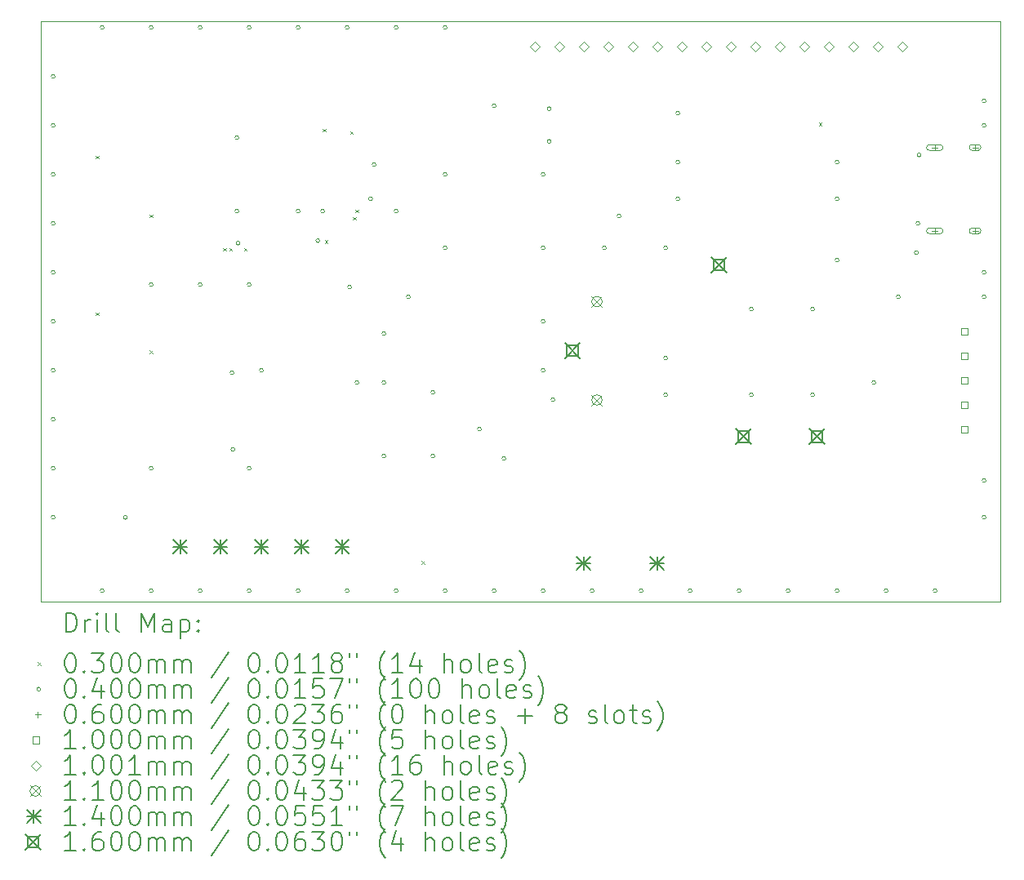
<source format=gbr>
%TF.GenerationSoftware,KiCad,Pcbnew,9.0.2*%
%TF.CreationDate,2025-09-26T20:13:04+02:00*%
%TF.ProjectId,TeslaBMBCheck,5465736c-6142-44d4-9243-6865636b2e6b,1.1*%
%TF.SameCoordinates,Original*%
%TF.FileFunction,Drillmap*%
%TF.FilePolarity,Positive*%
%FSLAX45Y45*%
G04 Gerber Fmt 4.5, Leading zero omitted, Abs format (unit mm)*
G04 Created by KiCad (PCBNEW 9.0.2) date 2025-09-26 20:13:04*
%MOMM*%
%LPD*%
G01*
G04 APERTURE LIST*
%ADD10C,0.050000*%
%ADD11C,0.200000*%
%ADD12C,0.100000*%
%ADD13C,0.100076*%
%ADD14C,0.110000*%
%ADD15C,0.140000*%
%ADD16C,0.160000*%
G04 APERTURE END LIST*
D10*
X7493000Y-10782300D02*
X7620000Y-10782300D01*
X7493000Y-10782300D02*
X7493000Y-4762500D01*
X7620000Y-4762500D02*
X17437100Y-4762500D01*
X7493000Y-4762500D02*
X7620000Y-4762500D01*
X17437100Y-10782300D02*
X7620000Y-10782300D01*
X17437100Y-4762500D02*
X17437100Y-10782300D01*
D11*
D12*
X8062200Y-6157200D02*
X8092200Y-6187200D01*
X8092200Y-6157200D02*
X8062200Y-6187200D01*
X8062200Y-7782800D02*
X8092200Y-7812800D01*
X8092200Y-7782800D02*
X8062200Y-7812800D01*
X8621000Y-6766800D02*
X8651000Y-6796800D01*
X8651000Y-6766800D02*
X8621000Y-6796800D01*
X8621000Y-8176500D02*
X8651000Y-8206500D01*
X8651000Y-8176500D02*
X8621000Y-8206500D01*
X9384000Y-7111200D02*
X9414000Y-7141200D01*
X9414000Y-7111200D02*
X9384000Y-7141200D01*
X9446500Y-7111200D02*
X9476500Y-7141200D01*
X9476500Y-7111200D02*
X9446500Y-7141200D01*
X9598900Y-7111200D02*
X9628900Y-7141200D01*
X9628900Y-7111200D02*
X9598900Y-7141200D01*
X10413943Y-5875565D02*
X10443943Y-5905565D01*
X10443943Y-5875565D02*
X10413943Y-5905565D01*
X10437100Y-7031800D02*
X10467100Y-7061800D01*
X10467100Y-7031800D02*
X10437100Y-7061800D01*
X10699946Y-5901846D02*
X10729946Y-5931846D01*
X10729946Y-5901846D02*
X10699946Y-5931846D01*
X10729200Y-6792150D02*
X10759200Y-6822150D01*
X10759200Y-6792150D02*
X10729200Y-6822150D01*
X10754600Y-6716000D02*
X10784600Y-6746000D01*
X10784600Y-6716000D02*
X10754600Y-6746000D01*
X11440400Y-10360900D02*
X11470400Y-10390900D01*
X11470400Y-10360900D02*
X11440400Y-10390900D01*
X15560280Y-5811760D02*
X15590280Y-5841760D01*
X15590280Y-5811760D02*
X15560280Y-5841760D01*
X7640000Y-5334000D02*
G75*
G02*
X7600000Y-5334000I-20000J0D01*
G01*
X7600000Y-5334000D02*
G75*
G02*
X7640000Y-5334000I20000J0D01*
G01*
X7640000Y-5842000D02*
G75*
G02*
X7600000Y-5842000I-20000J0D01*
G01*
X7600000Y-5842000D02*
G75*
G02*
X7640000Y-5842000I20000J0D01*
G01*
X7640000Y-6350000D02*
G75*
G02*
X7600000Y-6350000I-20000J0D01*
G01*
X7600000Y-6350000D02*
G75*
G02*
X7640000Y-6350000I20000J0D01*
G01*
X7640000Y-6858000D02*
G75*
G02*
X7600000Y-6858000I-20000J0D01*
G01*
X7600000Y-6858000D02*
G75*
G02*
X7640000Y-6858000I20000J0D01*
G01*
X7640000Y-7366000D02*
G75*
G02*
X7600000Y-7366000I-20000J0D01*
G01*
X7600000Y-7366000D02*
G75*
G02*
X7640000Y-7366000I20000J0D01*
G01*
X7640000Y-7874000D02*
G75*
G02*
X7600000Y-7874000I-20000J0D01*
G01*
X7600000Y-7874000D02*
G75*
G02*
X7640000Y-7874000I20000J0D01*
G01*
X7640000Y-8382000D02*
G75*
G02*
X7600000Y-8382000I-20000J0D01*
G01*
X7600000Y-8382000D02*
G75*
G02*
X7640000Y-8382000I20000J0D01*
G01*
X7640000Y-8890000D02*
G75*
G02*
X7600000Y-8890000I-20000J0D01*
G01*
X7600000Y-8890000D02*
G75*
G02*
X7640000Y-8890000I20000J0D01*
G01*
X7640000Y-9398000D02*
G75*
G02*
X7600000Y-9398000I-20000J0D01*
G01*
X7600000Y-9398000D02*
G75*
G02*
X7640000Y-9398000I20000J0D01*
G01*
X7640000Y-9906000D02*
G75*
G02*
X7600000Y-9906000I-20000J0D01*
G01*
X7600000Y-9906000D02*
G75*
G02*
X7640000Y-9906000I20000J0D01*
G01*
X8148000Y-4826000D02*
G75*
G02*
X8108000Y-4826000I-20000J0D01*
G01*
X8108000Y-4826000D02*
G75*
G02*
X8148000Y-4826000I20000J0D01*
G01*
X8148000Y-10668000D02*
G75*
G02*
X8108000Y-10668000I-20000J0D01*
G01*
X8108000Y-10668000D02*
G75*
G02*
X8148000Y-10668000I20000J0D01*
G01*
X8389300Y-9906000D02*
G75*
G02*
X8349300Y-9906000I-20000J0D01*
G01*
X8349300Y-9906000D02*
G75*
G02*
X8389300Y-9906000I20000J0D01*
G01*
X8656000Y-4826000D02*
G75*
G02*
X8616000Y-4826000I-20000J0D01*
G01*
X8616000Y-4826000D02*
G75*
G02*
X8656000Y-4826000I20000J0D01*
G01*
X8656000Y-7493000D02*
G75*
G02*
X8616000Y-7493000I-20000J0D01*
G01*
X8616000Y-7493000D02*
G75*
G02*
X8656000Y-7493000I20000J0D01*
G01*
X8656000Y-9398000D02*
G75*
G02*
X8616000Y-9398000I-20000J0D01*
G01*
X8616000Y-9398000D02*
G75*
G02*
X8656000Y-9398000I20000J0D01*
G01*
X8656000Y-10668000D02*
G75*
G02*
X8616000Y-10668000I-20000J0D01*
G01*
X8616000Y-10668000D02*
G75*
G02*
X8656000Y-10668000I20000J0D01*
G01*
X9164000Y-4826000D02*
G75*
G02*
X9124000Y-4826000I-20000J0D01*
G01*
X9124000Y-4826000D02*
G75*
G02*
X9164000Y-4826000I20000J0D01*
G01*
X9164000Y-7493000D02*
G75*
G02*
X9124000Y-7493000I-20000J0D01*
G01*
X9124000Y-7493000D02*
G75*
G02*
X9164000Y-7493000I20000J0D01*
G01*
X9164000Y-10668000D02*
G75*
G02*
X9124000Y-10668000I-20000J0D01*
G01*
X9124000Y-10668000D02*
G75*
G02*
X9164000Y-10668000I20000J0D01*
G01*
X9494200Y-8407400D02*
G75*
G02*
X9454200Y-8407400I-20000J0D01*
G01*
X9454200Y-8407400D02*
G75*
G02*
X9494200Y-8407400I20000J0D01*
G01*
X9504360Y-9199880D02*
G75*
G02*
X9464360Y-9199880I-20000J0D01*
G01*
X9464360Y-9199880D02*
G75*
G02*
X9504360Y-9199880I20000J0D01*
G01*
X9545000Y-5969000D02*
G75*
G02*
X9505000Y-5969000I-20000J0D01*
G01*
X9505000Y-5969000D02*
G75*
G02*
X9545000Y-5969000I20000J0D01*
G01*
X9545000Y-6731000D02*
G75*
G02*
X9505000Y-6731000I-20000J0D01*
G01*
X9505000Y-6731000D02*
G75*
G02*
X9545000Y-6731000I20000J0D01*
G01*
X9557700Y-7061200D02*
G75*
G02*
X9517700Y-7061200I-20000J0D01*
G01*
X9517700Y-7061200D02*
G75*
G02*
X9557700Y-7061200I20000J0D01*
G01*
X9672000Y-4826000D02*
G75*
G02*
X9632000Y-4826000I-20000J0D01*
G01*
X9632000Y-4826000D02*
G75*
G02*
X9672000Y-4826000I20000J0D01*
G01*
X9672000Y-7493000D02*
G75*
G02*
X9632000Y-7493000I-20000J0D01*
G01*
X9632000Y-7493000D02*
G75*
G02*
X9672000Y-7493000I20000J0D01*
G01*
X9672000Y-9398000D02*
G75*
G02*
X9632000Y-9398000I-20000J0D01*
G01*
X9632000Y-9398000D02*
G75*
G02*
X9672000Y-9398000I20000J0D01*
G01*
X9672000Y-10668000D02*
G75*
G02*
X9632000Y-10668000I-20000J0D01*
G01*
X9632000Y-10668000D02*
G75*
G02*
X9672000Y-10668000I20000J0D01*
G01*
X9799000Y-8382000D02*
G75*
G02*
X9759000Y-8382000I-20000J0D01*
G01*
X9759000Y-8382000D02*
G75*
G02*
X9799000Y-8382000I20000J0D01*
G01*
X10180000Y-4826000D02*
G75*
G02*
X10140000Y-4826000I-20000J0D01*
G01*
X10140000Y-4826000D02*
G75*
G02*
X10180000Y-4826000I20000J0D01*
G01*
X10180000Y-6731000D02*
G75*
G02*
X10140000Y-6731000I-20000J0D01*
G01*
X10140000Y-6731000D02*
G75*
G02*
X10180000Y-6731000I20000J0D01*
G01*
X10180000Y-10668000D02*
G75*
G02*
X10140000Y-10668000I-20000J0D01*
G01*
X10140000Y-10668000D02*
G75*
G02*
X10180000Y-10668000I20000J0D01*
G01*
X10384650Y-7037250D02*
G75*
G02*
X10344650Y-7037250I-20000J0D01*
G01*
X10344650Y-7037250D02*
G75*
G02*
X10384650Y-7037250I20000J0D01*
G01*
X10434000Y-6731000D02*
G75*
G02*
X10394000Y-6731000I-20000J0D01*
G01*
X10394000Y-6731000D02*
G75*
G02*
X10434000Y-6731000I20000J0D01*
G01*
X10688000Y-4826000D02*
G75*
G02*
X10648000Y-4826000I-20000J0D01*
G01*
X10648000Y-4826000D02*
G75*
G02*
X10688000Y-4826000I20000J0D01*
G01*
X10688000Y-10668000D02*
G75*
G02*
X10648000Y-10668000I-20000J0D01*
G01*
X10648000Y-10668000D02*
G75*
G02*
X10688000Y-10668000I20000J0D01*
G01*
X10713400Y-7518400D02*
G75*
G02*
X10673400Y-7518400I-20000J0D01*
G01*
X10673400Y-7518400D02*
G75*
G02*
X10713400Y-7518400I20000J0D01*
G01*
X10789600Y-8509000D02*
G75*
G02*
X10749600Y-8509000I-20000J0D01*
G01*
X10749600Y-8509000D02*
G75*
G02*
X10789600Y-8509000I20000J0D01*
G01*
X10931840Y-6604000D02*
G75*
G02*
X10891840Y-6604000I-20000J0D01*
G01*
X10891840Y-6604000D02*
G75*
G02*
X10931840Y-6604000I20000J0D01*
G01*
X10967400Y-6248400D02*
G75*
G02*
X10927400Y-6248400I-20000J0D01*
G01*
X10927400Y-6248400D02*
G75*
G02*
X10967400Y-6248400I20000J0D01*
G01*
X11069000Y-8001000D02*
G75*
G02*
X11029000Y-8001000I-20000J0D01*
G01*
X11029000Y-8001000D02*
G75*
G02*
X11069000Y-8001000I20000J0D01*
G01*
X11069000Y-8509000D02*
G75*
G02*
X11029000Y-8509000I-20000J0D01*
G01*
X11029000Y-8509000D02*
G75*
G02*
X11069000Y-8509000I20000J0D01*
G01*
X11069000Y-9271000D02*
G75*
G02*
X11029000Y-9271000I-20000J0D01*
G01*
X11029000Y-9271000D02*
G75*
G02*
X11069000Y-9271000I20000J0D01*
G01*
X11196000Y-4826000D02*
G75*
G02*
X11156000Y-4826000I-20000J0D01*
G01*
X11156000Y-4826000D02*
G75*
G02*
X11196000Y-4826000I20000J0D01*
G01*
X11196000Y-6731000D02*
G75*
G02*
X11156000Y-6731000I-20000J0D01*
G01*
X11156000Y-6731000D02*
G75*
G02*
X11196000Y-6731000I20000J0D01*
G01*
X11196000Y-10668000D02*
G75*
G02*
X11156000Y-10668000I-20000J0D01*
G01*
X11156000Y-10668000D02*
G75*
G02*
X11196000Y-10668000I20000J0D01*
G01*
X11323000Y-7620000D02*
G75*
G02*
X11283000Y-7620000I-20000J0D01*
G01*
X11283000Y-7620000D02*
G75*
G02*
X11323000Y-7620000I20000J0D01*
G01*
X11577000Y-8610600D02*
G75*
G02*
X11537000Y-8610600I-20000J0D01*
G01*
X11537000Y-8610600D02*
G75*
G02*
X11577000Y-8610600I20000J0D01*
G01*
X11577000Y-9271000D02*
G75*
G02*
X11537000Y-9271000I-20000J0D01*
G01*
X11537000Y-9271000D02*
G75*
G02*
X11577000Y-9271000I20000J0D01*
G01*
X11704000Y-4826000D02*
G75*
G02*
X11664000Y-4826000I-20000J0D01*
G01*
X11664000Y-4826000D02*
G75*
G02*
X11704000Y-4826000I20000J0D01*
G01*
X11704000Y-6350000D02*
G75*
G02*
X11664000Y-6350000I-20000J0D01*
G01*
X11664000Y-6350000D02*
G75*
G02*
X11704000Y-6350000I20000J0D01*
G01*
X11704000Y-7112000D02*
G75*
G02*
X11664000Y-7112000I-20000J0D01*
G01*
X11664000Y-7112000D02*
G75*
G02*
X11704000Y-7112000I20000J0D01*
G01*
X11704000Y-10668000D02*
G75*
G02*
X11664000Y-10668000I-20000J0D01*
G01*
X11664000Y-10668000D02*
G75*
G02*
X11704000Y-10668000I20000J0D01*
G01*
X12059600Y-8991600D02*
G75*
G02*
X12019600Y-8991600I-20000J0D01*
G01*
X12019600Y-8991600D02*
G75*
G02*
X12059600Y-8991600I20000J0D01*
G01*
X12212000Y-5638800D02*
G75*
G02*
X12172000Y-5638800I-20000J0D01*
G01*
X12172000Y-5638800D02*
G75*
G02*
X12212000Y-5638800I20000J0D01*
G01*
X12212000Y-10668000D02*
G75*
G02*
X12172000Y-10668000I-20000J0D01*
G01*
X12172000Y-10668000D02*
G75*
G02*
X12212000Y-10668000I20000J0D01*
G01*
X12313600Y-9296400D02*
G75*
G02*
X12273600Y-9296400I-20000J0D01*
G01*
X12273600Y-9296400D02*
G75*
G02*
X12313600Y-9296400I20000J0D01*
G01*
X12720000Y-6350000D02*
G75*
G02*
X12680000Y-6350000I-20000J0D01*
G01*
X12680000Y-6350000D02*
G75*
G02*
X12720000Y-6350000I20000J0D01*
G01*
X12720000Y-7112000D02*
G75*
G02*
X12680000Y-7112000I-20000J0D01*
G01*
X12680000Y-7112000D02*
G75*
G02*
X12720000Y-7112000I20000J0D01*
G01*
X12720000Y-7874000D02*
G75*
G02*
X12680000Y-7874000I-20000J0D01*
G01*
X12680000Y-7874000D02*
G75*
G02*
X12720000Y-7874000I20000J0D01*
G01*
X12720000Y-8382000D02*
G75*
G02*
X12680000Y-8382000I-20000J0D01*
G01*
X12680000Y-8382000D02*
G75*
G02*
X12720000Y-8382000I20000J0D01*
G01*
X12720000Y-10668000D02*
G75*
G02*
X12680000Y-10668000I-20000J0D01*
G01*
X12680000Y-10668000D02*
G75*
G02*
X12720000Y-10668000I20000J0D01*
G01*
X12783500Y-5667700D02*
G75*
G02*
X12743500Y-5667700I-20000J0D01*
G01*
X12743500Y-5667700D02*
G75*
G02*
X12783500Y-5667700I20000J0D01*
G01*
X12783500Y-6007100D02*
G75*
G02*
X12743500Y-6007100I-20000J0D01*
G01*
X12743500Y-6007100D02*
G75*
G02*
X12783500Y-6007100I20000J0D01*
G01*
X12821600Y-8686800D02*
G75*
G02*
X12781600Y-8686800I-20000J0D01*
G01*
X12781600Y-8686800D02*
G75*
G02*
X12821600Y-8686800I20000J0D01*
G01*
X13228000Y-10668000D02*
G75*
G02*
X13188000Y-10668000I-20000J0D01*
G01*
X13188000Y-10668000D02*
G75*
G02*
X13228000Y-10668000I20000J0D01*
G01*
X13355000Y-7112000D02*
G75*
G02*
X13315000Y-7112000I-20000J0D01*
G01*
X13315000Y-7112000D02*
G75*
G02*
X13355000Y-7112000I20000J0D01*
G01*
X13507400Y-6781800D02*
G75*
G02*
X13467400Y-6781800I-20000J0D01*
G01*
X13467400Y-6781800D02*
G75*
G02*
X13507400Y-6781800I20000J0D01*
G01*
X13736000Y-10668000D02*
G75*
G02*
X13696000Y-10668000I-20000J0D01*
G01*
X13696000Y-10668000D02*
G75*
G02*
X13736000Y-10668000I20000J0D01*
G01*
X13990000Y-7112000D02*
G75*
G02*
X13950000Y-7112000I-20000J0D01*
G01*
X13950000Y-7112000D02*
G75*
G02*
X13990000Y-7112000I20000J0D01*
G01*
X13990000Y-8255000D02*
G75*
G02*
X13950000Y-8255000I-20000J0D01*
G01*
X13950000Y-8255000D02*
G75*
G02*
X13990000Y-8255000I20000J0D01*
G01*
X13990000Y-8636000D02*
G75*
G02*
X13950000Y-8636000I-20000J0D01*
G01*
X13950000Y-8636000D02*
G75*
G02*
X13990000Y-8636000I20000J0D01*
G01*
X14117000Y-5715000D02*
G75*
G02*
X14077000Y-5715000I-20000J0D01*
G01*
X14077000Y-5715000D02*
G75*
G02*
X14117000Y-5715000I20000J0D01*
G01*
X14117000Y-6223000D02*
G75*
G02*
X14077000Y-6223000I-20000J0D01*
G01*
X14077000Y-6223000D02*
G75*
G02*
X14117000Y-6223000I20000J0D01*
G01*
X14117000Y-6604000D02*
G75*
G02*
X14077000Y-6604000I-20000J0D01*
G01*
X14077000Y-6604000D02*
G75*
G02*
X14117000Y-6604000I20000J0D01*
G01*
X14244000Y-10668000D02*
G75*
G02*
X14204000Y-10668000I-20000J0D01*
G01*
X14204000Y-10668000D02*
G75*
G02*
X14244000Y-10668000I20000J0D01*
G01*
X14752000Y-10668000D02*
G75*
G02*
X14712000Y-10668000I-20000J0D01*
G01*
X14712000Y-10668000D02*
G75*
G02*
X14752000Y-10668000I20000J0D01*
G01*
X14879000Y-7747000D02*
G75*
G02*
X14839000Y-7747000I-20000J0D01*
G01*
X14839000Y-7747000D02*
G75*
G02*
X14879000Y-7747000I20000J0D01*
G01*
X14879000Y-8636000D02*
G75*
G02*
X14839000Y-8636000I-20000J0D01*
G01*
X14839000Y-8636000D02*
G75*
G02*
X14879000Y-8636000I20000J0D01*
G01*
X15260000Y-10668000D02*
G75*
G02*
X15220000Y-10668000I-20000J0D01*
G01*
X15220000Y-10668000D02*
G75*
G02*
X15260000Y-10668000I20000J0D01*
G01*
X15514000Y-7747000D02*
G75*
G02*
X15474000Y-7747000I-20000J0D01*
G01*
X15474000Y-7747000D02*
G75*
G02*
X15514000Y-7747000I20000J0D01*
G01*
X15514000Y-8636000D02*
G75*
G02*
X15474000Y-8636000I-20000J0D01*
G01*
X15474000Y-8636000D02*
G75*
G02*
X15514000Y-8636000I20000J0D01*
G01*
X15768000Y-6223000D02*
G75*
G02*
X15728000Y-6223000I-20000J0D01*
G01*
X15728000Y-6223000D02*
G75*
G02*
X15768000Y-6223000I20000J0D01*
G01*
X15768000Y-6604000D02*
G75*
G02*
X15728000Y-6604000I-20000J0D01*
G01*
X15728000Y-6604000D02*
G75*
G02*
X15768000Y-6604000I20000J0D01*
G01*
X15768000Y-7239000D02*
G75*
G02*
X15728000Y-7239000I-20000J0D01*
G01*
X15728000Y-7239000D02*
G75*
G02*
X15768000Y-7239000I20000J0D01*
G01*
X15768000Y-10668000D02*
G75*
G02*
X15728000Y-10668000I-20000J0D01*
G01*
X15728000Y-10668000D02*
G75*
G02*
X15768000Y-10668000I20000J0D01*
G01*
X16149000Y-8509000D02*
G75*
G02*
X16109000Y-8509000I-20000J0D01*
G01*
X16109000Y-8509000D02*
G75*
G02*
X16149000Y-8509000I20000J0D01*
G01*
X16276000Y-10668000D02*
G75*
G02*
X16236000Y-10668000I-20000J0D01*
G01*
X16236000Y-10668000D02*
G75*
G02*
X16276000Y-10668000I20000J0D01*
G01*
X16403000Y-7620000D02*
G75*
G02*
X16363000Y-7620000I-20000J0D01*
G01*
X16363000Y-7620000D02*
G75*
G02*
X16403000Y-7620000I20000J0D01*
G01*
X16590960Y-7162800D02*
G75*
G02*
X16550960Y-7162800I-20000J0D01*
G01*
X16550960Y-7162800D02*
G75*
G02*
X16590960Y-7162800I20000J0D01*
G01*
X16606200Y-6858000D02*
G75*
G02*
X16566200Y-6858000I-20000J0D01*
G01*
X16566200Y-6858000D02*
G75*
G02*
X16606200Y-6858000I20000J0D01*
G01*
X16618900Y-6146800D02*
G75*
G02*
X16578900Y-6146800I-20000J0D01*
G01*
X16578900Y-6146800D02*
G75*
G02*
X16618900Y-6146800I20000J0D01*
G01*
X16784000Y-10668000D02*
G75*
G02*
X16744000Y-10668000I-20000J0D01*
G01*
X16744000Y-10668000D02*
G75*
G02*
X16784000Y-10668000I20000J0D01*
G01*
X17292000Y-5588000D02*
G75*
G02*
X17252000Y-5588000I-20000J0D01*
G01*
X17252000Y-5588000D02*
G75*
G02*
X17292000Y-5588000I20000J0D01*
G01*
X17292000Y-5842000D02*
G75*
G02*
X17252000Y-5842000I-20000J0D01*
G01*
X17252000Y-5842000D02*
G75*
G02*
X17292000Y-5842000I20000J0D01*
G01*
X17292000Y-7366000D02*
G75*
G02*
X17252000Y-7366000I-20000J0D01*
G01*
X17252000Y-7366000D02*
G75*
G02*
X17292000Y-7366000I20000J0D01*
G01*
X17292000Y-7620000D02*
G75*
G02*
X17252000Y-7620000I-20000J0D01*
G01*
X17252000Y-7620000D02*
G75*
G02*
X17292000Y-7620000I20000J0D01*
G01*
X17292000Y-9525000D02*
G75*
G02*
X17252000Y-9525000I-20000J0D01*
G01*
X17252000Y-9525000D02*
G75*
G02*
X17292000Y-9525000I20000J0D01*
G01*
X17292000Y-9906000D02*
G75*
G02*
X17252000Y-9906000I-20000J0D01*
G01*
X17252000Y-9906000D02*
G75*
G02*
X17292000Y-9906000I20000J0D01*
G01*
X16761200Y-6040400D02*
X16761200Y-6100400D01*
X16731200Y-6070400D02*
X16791200Y-6070400D01*
X16816200Y-6040400D02*
X16706200Y-6040400D01*
X16706200Y-6100400D02*
G75*
G02*
X16706200Y-6040400I0J30000D01*
G01*
X16706200Y-6100400D02*
X16816200Y-6100400D01*
X16816200Y-6100400D02*
G75*
G03*
X16816200Y-6040400I0J30000D01*
G01*
X16761200Y-6040400D02*
X16761200Y-6100400D01*
X16731200Y-6070400D02*
X16791200Y-6070400D01*
X16706200Y-6100400D02*
X16816200Y-6100400D01*
X16816200Y-6040400D02*
G75*
G02*
X16816200Y-6100400I0J-30000D01*
G01*
X16816200Y-6040400D02*
X16706200Y-6040400D01*
X16706200Y-6040400D02*
G75*
G03*
X16706200Y-6100400I0J-30000D01*
G01*
X16761200Y-6904400D02*
X16761200Y-6964400D01*
X16731200Y-6934400D02*
X16791200Y-6934400D01*
X16706200Y-6964400D02*
X16816200Y-6964400D01*
X16816200Y-6904400D02*
G75*
G02*
X16816200Y-6964400I0J-30000D01*
G01*
X16816200Y-6904400D02*
X16706200Y-6904400D01*
X16706200Y-6904400D02*
G75*
G03*
X16706200Y-6964400I0J-30000D01*
G01*
X16761200Y-6904400D02*
X16761200Y-6964400D01*
X16731200Y-6934400D02*
X16791200Y-6934400D01*
X16816200Y-6904400D02*
X16706200Y-6904400D01*
X16706200Y-6964400D02*
G75*
G02*
X16706200Y-6904400I0J30000D01*
G01*
X16706200Y-6964400D02*
X16816200Y-6964400D01*
X16816200Y-6964400D02*
G75*
G03*
X16816200Y-6904400I0J30000D01*
G01*
X17179200Y-6040400D02*
X17179200Y-6100400D01*
X17149200Y-6070400D02*
X17209200Y-6070400D01*
X17209200Y-6040400D02*
X17149200Y-6040400D01*
X17149200Y-6100400D02*
G75*
G02*
X17149200Y-6040400I0J30000D01*
G01*
X17149200Y-6100400D02*
X17209200Y-6100400D01*
X17209200Y-6100400D02*
G75*
G03*
X17209200Y-6040400I0J30000D01*
G01*
X17179200Y-6040400D02*
X17179200Y-6100400D01*
X17149200Y-6070400D02*
X17209200Y-6070400D01*
X17149200Y-6100400D02*
X17209200Y-6100400D01*
X17209200Y-6040400D02*
G75*
G02*
X17209200Y-6100400I0J-30000D01*
G01*
X17209200Y-6040400D02*
X17149200Y-6040400D01*
X17149200Y-6040400D02*
G75*
G03*
X17149200Y-6100400I0J-30000D01*
G01*
X17179200Y-6904400D02*
X17179200Y-6964400D01*
X17149200Y-6934400D02*
X17209200Y-6934400D01*
X17209200Y-6904400D02*
X17149200Y-6904400D01*
X17149200Y-6964400D02*
G75*
G02*
X17149200Y-6904400I0J30000D01*
G01*
X17149200Y-6964400D02*
X17209200Y-6964400D01*
X17209200Y-6964400D02*
G75*
G03*
X17209200Y-6904400I0J30000D01*
G01*
X17179200Y-6904400D02*
X17179200Y-6964400D01*
X17149200Y-6934400D02*
X17209200Y-6934400D01*
X17149200Y-6964400D02*
X17209200Y-6964400D01*
X17209200Y-6904400D02*
G75*
G02*
X17209200Y-6964400I0J-30000D01*
G01*
X17209200Y-6904400D02*
X17149200Y-6904400D01*
X17149200Y-6904400D02*
G75*
G03*
X17149200Y-6964400I0J-30000D01*
G01*
X17104156Y-8010956D02*
X17104156Y-7940244D01*
X17033444Y-7940244D01*
X17033444Y-8010956D01*
X17104156Y-8010956D01*
X17104156Y-8264956D02*
X17104156Y-8194244D01*
X17033444Y-8194244D01*
X17033444Y-8264956D01*
X17104156Y-8264956D01*
X17104156Y-8518956D02*
X17104156Y-8448244D01*
X17033444Y-8448244D01*
X17033444Y-8518956D01*
X17104156Y-8518956D01*
X17104156Y-8772956D02*
X17104156Y-8702244D01*
X17033444Y-8702244D01*
X17033444Y-8772956D01*
X17104156Y-8772956D01*
X17104156Y-9026956D02*
X17104156Y-8956244D01*
X17033444Y-8956244D01*
X17033444Y-9026956D01*
X17104156Y-9026956D01*
D13*
X12617380Y-5070624D02*
X12667418Y-5020586D01*
X12617380Y-4970548D01*
X12567342Y-5020586D01*
X12617380Y-5070624D01*
X12871380Y-5070624D02*
X12921418Y-5020586D01*
X12871380Y-4970548D01*
X12821342Y-5020586D01*
X12871380Y-5070624D01*
X13125380Y-5070624D02*
X13175418Y-5020586D01*
X13125380Y-4970548D01*
X13075342Y-5020586D01*
X13125380Y-5070624D01*
X13379380Y-5070624D02*
X13429418Y-5020586D01*
X13379380Y-4970548D01*
X13329342Y-5020586D01*
X13379380Y-5070624D01*
X13633380Y-5070624D02*
X13683418Y-5020586D01*
X13633380Y-4970548D01*
X13583342Y-5020586D01*
X13633380Y-5070624D01*
X13887380Y-5070624D02*
X13937418Y-5020586D01*
X13887380Y-4970548D01*
X13837342Y-5020586D01*
X13887380Y-5070624D01*
X14141380Y-5070624D02*
X14191418Y-5020586D01*
X14141380Y-4970548D01*
X14091342Y-5020586D01*
X14141380Y-5070624D01*
X14395380Y-5070624D02*
X14445418Y-5020586D01*
X14395380Y-4970548D01*
X14345342Y-5020586D01*
X14395380Y-5070624D01*
X14649380Y-5070624D02*
X14699418Y-5020586D01*
X14649380Y-4970548D01*
X14599342Y-5020586D01*
X14649380Y-5070624D01*
X14903380Y-5070624D02*
X14953418Y-5020586D01*
X14903380Y-4970548D01*
X14853342Y-5020586D01*
X14903380Y-5070624D01*
X15157380Y-5070624D02*
X15207418Y-5020586D01*
X15157380Y-4970548D01*
X15107342Y-5020586D01*
X15157380Y-5070624D01*
X15411380Y-5070624D02*
X15461418Y-5020586D01*
X15411380Y-4970548D01*
X15361342Y-5020586D01*
X15411380Y-5070624D01*
X15665380Y-5070624D02*
X15715418Y-5020586D01*
X15665380Y-4970548D01*
X15615342Y-5020586D01*
X15665380Y-5070624D01*
X15919380Y-5070624D02*
X15969418Y-5020586D01*
X15919380Y-4970548D01*
X15869342Y-5020586D01*
X15919380Y-5070624D01*
X16173380Y-5070624D02*
X16223418Y-5020586D01*
X16173380Y-4970548D01*
X16123342Y-5020586D01*
X16173380Y-5070624D01*
X16427380Y-5070624D02*
X16477418Y-5020586D01*
X16427380Y-4970548D01*
X16377342Y-5020586D01*
X16427380Y-5070624D01*
D14*
X13203600Y-7614600D02*
X13313600Y-7724600D01*
X13313600Y-7614600D02*
X13203600Y-7724600D01*
X13313600Y-7669600D02*
G75*
G02*
X13203600Y-7669600I-55000J0D01*
G01*
X13203600Y-7669600D02*
G75*
G02*
X13313600Y-7669600I55000J0D01*
G01*
X13203600Y-8634600D02*
X13313600Y-8744600D01*
X13313600Y-8634600D02*
X13203600Y-8744600D01*
X13313600Y-8689600D02*
G75*
G02*
X13203600Y-8689600I-55000J0D01*
G01*
X13203600Y-8689600D02*
G75*
G02*
X13313600Y-8689600I55000J0D01*
G01*
D15*
X8867200Y-10140800D02*
X9007200Y-10280800D01*
X9007200Y-10140800D02*
X8867200Y-10280800D01*
X8937200Y-10140800D02*
X8937200Y-10280800D01*
X8867200Y-10210800D02*
X9007200Y-10210800D01*
X9287200Y-10140800D02*
X9427200Y-10280800D01*
X9427200Y-10140800D02*
X9287200Y-10280800D01*
X9357200Y-10140800D02*
X9357200Y-10280800D01*
X9287200Y-10210800D02*
X9427200Y-10210800D01*
X9707200Y-10140800D02*
X9847200Y-10280800D01*
X9847200Y-10140800D02*
X9707200Y-10280800D01*
X9777200Y-10140800D02*
X9777200Y-10280800D01*
X9707200Y-10210800D02*
X9847200Y-10210800D01*
X10127200Y-10140800D02*
X10267200Y-10280800D01*
X10267200Y-10140800D02*
X10127200Y-10280800D01*
X10197200Y-10140800D02*
X10197200Y-10280800D01*
X10127200Y-10210800D02*
X10267200Y-10210800D01*
X10547200Y-10140800D02*
X10687200Y-10280800D01*
X10687200Y-10140800D02*
X10547200Y-10280800D01*
X10617200Y-10140800D02*
X10617200Y-10280800D01*
X10547200Y-10210800D02*
X10687200Y-10210800D01*
X13049100Y-10312200D02*
X13189100Y-10452200D01*
X13189100Y-10312200D02*
X13049100Y-10452200D01*
X13119100Y-10312200D02*
X13119100Y-10452200D01*
X13049100Y-10382200D02*
X13189100Y-10382200D01*
X13811100Y-10312200D02*
X13951100Y-10452200D01*
X13951100Y-10312200D02*
X13811100Y-10452200D01*
X13881100Y-10312200D02*
X13881100Y-10452200D01*
X13811100Y-10382200D02*
X13951100Y-10382200D01*
D16*
X12924600Y-8099600D02*
X13084600Y-8259600D01*
X13084600Y-8099600D02*
X12924600Y-8259600D01*
X13061169Y-8236169D02*
X13061169Y-8123031D01*
X12948031Y-8123031D01*
X12948031Y-8236169D01*
X13061169Y-8236169D01*
X14444600Y-7209600D02*
X14604600Y-7369600D01*
X14604600Y-7209600D02*
X14444600Y-7369600D01*
X14581169Y-7346169D02*
X14581169Y-7233031D01*
X14468031Y-7233031D01*
X14468031Y-7346169D01*
X14581169Y-7346169D01*
X14698600Y-8989600D02*
X14858600Y-9149600D01*
X14858600Y-8989600D02*
X14698600Y-9149600D01*
X14835169Y-9126169D02*
X14835169Y-9013031D01*
X14722031Y-9013031D01*
X14722031Y-9126169D01*
X14835169Y-9126169D01*
X15458600Y-8989600D02*
X15618600Y-9149600D01*
X15618600Y-8989600D02*
X15458600Y-9149600D01*
X15595169Y-9126169D02*
X15595169Y-9013031D01*
X15482031Y-9013031D01*
X15482031Y-9126169D01*
X15595169Y-9126169D01*
D11*
X7751277Y-11096284D02*
X7751277Y-10896284D01*
X7751277Y-10896284D02*
X7798896Y-10896284D01*
X7798896Y-10896284D02*
X7827467Y-10905808D01*
X7827467Y-10905808D02*
X7846515Y-10924855D01*
X7846515Y-10924855D02*
X7856039Y-10943903D01*
X7856039Y-10943903D02*
X7865562Y-10981998D01*
X7865562Y-10981998D02*
X7865562Y-11010570D01*
X7865562Y-11010570D02*
X7856039Y-11048665D01*
X7856039Y-11048665D02*
X7846515Y-11067712D01*
X7846515Y-11067712D02*
X7827467Y-11086760D01*
X7827467Y-11086760D02*
X7798896Y-11096284D01*
X7798896Y-11096284D02*
X7751277Y-11096284D01*
X7951277Y-11096284D02*
X7951277Y-10962950D01*
X7951277Y-11001046D02*
X7960801Y-10981998D01*
X7960801Y-10981998D02*
X7970324Y-10972474D01*
X7970324Y-10972474D02*
X7989372Y-10962950D01*
X7989372Y-10962950D02*
X8008420Y-10962950D01*
X8075086Y-11096284D02*
X8075086Y-10962950D01*
X8075086Y-10896284D02*
X8065562Y-10905808D01*
X8065562Y-10905808D02*
X8075086Y-10915331D01*
X8075086Y-10915331D02*
X8084610Y-10905808D01*
X8084610Y-10905808D02*
X8075086Y-10896284D01*
X8075086Y-10896284D02*
X8075086Y-10915331D01*
X8198896Y-11096284D02*
X8179848Y-11086760D01*
X8179848Y-11086760D02*
X8170324Y-11067712D01*
X8170324Y-11067712D02*
X8170324Y-10896284D01*
X8303658Y-11096284D02*
X8284610Y-11086760D01*
X8284610Y-11086760D02*
X8275086Y-11067712D01*
X8275086Y-11067712D02*
X8275086Y-10896284D01*
X8532229Y-11096284D02*
X8532229Y-10896284D01*
X8532229Y-10896284D02*
X8598896Y-11039141D01*
X8598896Y-11039141D02*
X8665563Y-10896284D01*
X8665563Y-10896284D02*
X8665563Y-11096284D01*
X8846515Y-11096284D02*
X8846515Y-10991522D01*
X8846515Y-10991522D02*
X8836991Y-10972474D01*
X8836991Y-10972474D02*
X8817944Y-10962950D01*
X8817944Y-10962950D02*
X8779848Y-10962950D01*
X8779848Y-10962950D02*
X8760801Y-10972474D01*
X8846515Y-11086760D02*
X8827467Y-11096284D01*
X8827467Y-11096284D02*
X8779848Y-11096284D01*
X8779848Y-11096284D02*
X8760801Y-11086760D01*
X8760801Y-11086760D02*
X8751277Y-11067712D01*
X8751277Y-11067712D02*
X8751277Y-11048665D01*
X8751277Y-11048665D02*
X8760801Y-11029617D01*
X8760801Y-11029617D02*
X8779848Y-11020093D01*
X8779848Y-11020093D02*
X8827467Y-11020093D01*
X8827467Y-11020093D02*
X8846515Y-11010570D01*
X8941753Y-10962950D02*
X8941753Y-11162950D01*
X8941753Y-10972474D02*
X8960801Y-10962950D01*
X8960801Y-10962950D02*
X8998896Y-10962950D01*
X8998896Y-10962950D02*
X9017944Y-10972474D01*
X9017944Y-10972474D02*
X9027467Y-10981998D01*
X9027467Y-10981998D02*
X9036991Y-11001046D01*
X9036991Y-11001046D02*
X9036991Y-11058189D01*
X9036991Y-11058189D02*
X9027467Y-11077236D01*
X9027467Y-11077236D02*
X9017944Y-11086760D01*
X9017944Y-11086760D02*
X8998896Y-11096284D01*
X8998896Y-11096284D02*
X8960801Y-11096284D01*
X8960801Y-11096284D02*
X8941753Y-11086760D01*
X9122705Y-11077236D02*
X9132229Y-11086760D01*
X9132229Y-11086760D02*
X9122705Y-11096284D01*
X9122705Y-11096284D02*
X9113182Y-11086760D01*
X9113182Y-11086760D02*
X9122705Y-11077236D01*
X9122705Y-11077236D02*
X9122705Y-11096284D01*
X9122705Y-10972474D02*
X9132229Y-10981998D01*
X9132229Y-10981998D02*
X9122705Y-10991522D01*
X9122705Y-10991522D02*
X9113182Y-10981998D01*
X9113182Y-10981998D02*
X9122705Y-10972474D01*
X9122705Y-10972474D02*
X9122705Y-10991522D01*
D12*
X7460500Y-11409800D02*
X7490500Y-11439800D01*
X7490500Y-11409800D02*
X7460500Y-11439800D01*
D11*
X7789372Y-11316284D02*
X7808420Y-11316284D01*
X7808420Y-11316284D02*
X7827467Y-11325808D01*
X7827467Y-11325808D02*
X7836991Y-11335331D01*
X7836991Y-11335331D02*
X7846515Y-11354379D01*
X7846515Y-11354379D02*
X7856039Y-11392474D01*
X7856039Y-11392474D02*
X7856039Y-11440093D01*
X7856039Y-11440093D02*
X7846515Y-11478188D01*
X7846515Y-11478188D02*
X7836991Y-11497236D01*
X7836991Y-11497236D02*
X7827467Y-11506760D01*
X7827467Y-11506760D02*
X7808420Y-11516284D01*
X7808420Y-11516284D02*
X7789372Y-11516284D01*
X7789372Y-11516284D02*
X7770324Y-11506760D01*
X7770324Y-11506760D02*
X7760801Y-11497236D01*
X7760801Y-11497236D02*
X7751277Y-11478188D01*
X7751277Y-11478188D02*
X7741753Y-11440093D01*
X7741753Y-11440093D02*
X7741753Y-11392474D01*
X7741753Y-11392474D02*
X7751277Y-11354379D01*
X7751277Y-11354379D02*
X7760801Y-11335331D01*
X7760801Y-11335331D02*
X7770324Y-11325808D01*
X7770324Y-11325808D02*
X7789372Y-11316284D01*
X7941753Y-11497236D02*
X7951277Y-11506760D01*
X7951277Y-11506760D02*
X7941753Y-11516284D01*
X7941753Y-11516284D02*
X7932229Y-11506760D01*
X7932229Y-11506760D02*
X7941753Y-11497236D01*
X7941753Y-11497236D02*
X7941753Y-11516284D01*
X8017943Y-11316284D02*
X8141753Y-11316284D01*
X8141753Y-11316284D02*
X8075086Y-11392474D01*
X8075086Y-11392474D02*
X8103658Y-11392474D01*
X8103658Y-11392474D02*
X8122705Y-11401998D01*
X8122705Y-11401998D02*
X8132229Y-11411522D01*
X8132229Y-11411522D02*
X8141753Y-11430569D01*
X8141753Y-11430569D02*
X8141753Y-11478188D01*
X8141753Y-11478188D02*
X8132229Y-11497236D01*
X8132229Y-11497236D02*
X8122705Y-11506760D01*
X8122705Y-11506760D02*
X8103658Y-11516284D01*
X8103658Y-11516284D02*
X8046515Y-11516284D01*
X8046515Y-11516284D02*
X8027467Y-11506760D01*
X8027467Y-11506760D02*
X8017943Y-11497236D01*
X8265562Y-11316284D02*
X8284610Y-11316284D01*
X8284610Y-11316284D02*
X8303658Y-11325808D01*
X8303658Y-11325808D02*
X8313182Y-11335331D01*
X8313182Y-11335331D02*
X8322705Y-11354379D01*
X8322705Y-11354379D02*
X8332229Y-11392474D01*
X8332229Y-11392474D02*
X8332229Y-11440093D01*
X8332229Y-11440093D02*
X8322705Y-11478188D01*
X8322705Y-11478188D02*
X8313182Y-11497236D01*
X8313182Y-11497236D02*
X8303658Y-11506760D01*
X8303658Y-11506760D02*
X8284610Y-11516284D01*
X8284610Y-11516284D02*
X8265562Y-11516284D01*
X8265562Y-11516284D02*
X8246515Y-11506760D01*
X8246515Y-11506760D02*
X8236991Y-11497236D01*
X8236991Y-11497236D02*
X8227467Y-11478188D01*
X8227467Y-11478188D02*
X8217943Y-11440093D01*
X8217943Y-11440093D02*
X8217943Y-11392474D01*
X8217943Y-11392474D02*
X8227467Y-11354379D01*
X8227467Y-11354379D02*
X8236991Y-11335331D01*
X8236991Y-11335331D02*
X8246515Y-11325808D01*
X8246515Y-11325808D02*
X8265562Y-11316284D01*
X8456039Y-11316284D02*
X8475086Y-11316284D01*
X8475086Y-11316284D02*
X8494134Y-11325808D01*
X8494134Y-11325808D02*
X8503658Y-11335331D01*
X8503658Y-11335331D02*
X8513182Y-11354379D01*
X8513182Y-11354379D02*
X8522705Y-11392474D01*
X8522705Y-11392474D02*
X8522705Y-11440093D01*
X8522705Y-11440093D02*
X8513182Y-11478188D01*
X8513182Y-11478188D02*
X8503658Y-11497236D01*
X8503658Y-11497236D02*
X8494134Y-11506760D01*
X8494134Y-11506760D02*
X8475086Y-11516284D01*
X8475086Y-11516284D02*
X8456039Y-11516284D01*
X8456039Y-11516284D02*
X8436991Y-11506760D01*
X8436991Y-11506760D02*
X8427467Y-11497236D01*
X8427467Y-11497236D02*
X8417944Y-11478188D01*
X8417944Y-11478188D02*
X8408420Y-11440093D01*
X8408420Y-11440093D02*
X8408420Y-11392474D01*
X8408420Y-11392474D02*
X8417944Y-11354379D01*
X8417944Y-11354379D02*
X8427467Y-11335331D01*
X8427467Y-11335331D02*
X8436991Y-11325808D01*
X8436991Y-11325808D02*
X8456039Y-11316284D01*
X8608420Y-11516284D02*
X8608420Y-11382950D01*
X8608420Y-11401998D02*
X8617944Y-11392474D01*
X8617944Y-11392474D02*
X8636991Y-11382950D01*
X8636991Y-11382950D02*
X8665563Y-11382950D01*
X8665563Y-11382950D02*
X8684610Y-11392474D01*
X8684610Y-11392474D02*
X8694134Y-11411522D01*
X8694134Y-11411522D02*
X8694134Y-11516284D01*
X8694134Y-11411522D02*
X8703658Y-11392474D01*
X8703658Y-11392474D02*
X8722705Y-11382950D01*
X8722705Y-11382950D02*
X8751277Y-11382950D01*
X8751277Y-11382950D02*
X8770325Y-11392474D01*
X8770325Y-11392474D02*
X8779848Y-11411522D01*
X8779848Y-11411522D02*
X8779848Y-11516284D01*
X8875086Y-11516284D02*
X8875086Y-11382950D01*
X8875086Y-11401998D02*
X8884610Y-11392474D01*
X8884610Y-11392474D02*
X8903658Y-11382950D01*
X8903658Y-11382950D02*
X8932229Y-11382950D01*
X8932229Y-11382950D02*
X8951277Y-11392474D01*
X8951277Y-11392474D02*
X8960801Y-11411522D01*
X8960801Y-11411522D02*
X8960801Y-11516284D01*
X8960801Y-11411522D02*
X8970325Y-11392474D01*
X8970325Y-11392474D02*
X8989372Y-11382950D01*
X8989372Y-11382950D02*
X9017944Y-11382950D01*
X9017944Y-11382950D02*
X9036991Y-11392474D01*
X9036991Y-11392474D02*
X9046515Y-11411522D01*
X9046515Y-11411522D02*
X9046515Y-11516284D01*
X9436991Y-11306760D02*
X9265563Y-11563903D01*
X9694134Y-11316284D02*
X9713182Y-11316284D01*
X9713182Y-11316284D02*
X9732229Y-11325808D01*
X9732229Y-11325808D02*
X9741753Y-11335331D01*
X9741753Y-11335331D02*
X9751277Y-11354379D01*
X9751277Y-11354379D02*
X9760801Y-11392474D01*
X9760801Y-11392474D02*
X9760801Y-11440093D01*
X9760801Y-11440093D02*
X9751277Y-11478188D01*
X9751277Y-11478188D02*
X9741753Y-11497236D01*
X9741753Y-11497236D02*
X9732229Y-11506760D01*
X9732229Y-11506760D02*
X9713182Y-11516284D01*
X9713182Y-11516284D02*
X9694134Y-11516284D01*
X9694134Y-11516284D02*
X9675087Y-11506760D01*
X9675087Y-11506760D02*
X9665563Y-11497236D01*
X9665563Y-11497236D02*
X9656039Y-11478188D01*
X9656039Y-11478188D02*
X9646515Y-11440093D01*
X9646515Y-11440093D02*
X9646515Y-11392474D01*
X9646515Y-11392474D02*
X9656039Y-11354379D01*
X9656039Y-11354379D02*
X9665563Y-11335331D01*
X9665563Y-11335331D02*
X9675087Y-11325808D01*
X9675087Y-11325808D02*
X9694134Y-11316284D01*
X9846515Y-11497236D02*
X9856039Y-11506760D01*
X9856039Y-11506760D02*
X9846515Y-11516284D01*
X9846515Y-11516284D02*
X9836991Y-11506760D01*
X9836991Y-11506760D02*
X9846515Y-11497236D01*
X9846515Y-11497236D02*
X9846515Y-11516284D01*
X9979848Y-11316284D02*
X9998896Y-11316284D01*
X9998896Y-11316284D02*
X10017944Y-11325808D01*
X10017944Y-11325808D02*
X10027468Y-11335331D01*
X10027468Y-11335331D02*
X10036991Y-11354379D01*
X10036991Y-11354379D02*
X10046515Y-11392474D01*
X10046515Y-11392474D02*
X10046515Y-11440093D01*
X10046515Y-11440093D02*
X10036991Y-11478188D01*
X10036991Y-11478188D02*
X10027468Y-11497236D01*
X10027468Y-11497236D02*
X10017944Y-11506760D01*
X10017944Y-11506760D02*
X9998896Y-11516284D01*
X9998896Y-11516284D02*
X9979848Y-11516284D01*
X9979848Y-11516284D02*
X9960801Y-11506760D01*
X9960801Y-11506760D02*
X9951277Y-11497236D01*
X9951277Y-11497236D02*
X9941753Y-11478188D01*
X9941753Y-11478188D02*
X9932229Y-11440093D01*
X9932229Y-11440093D02*
X9932229Y-11392474D01*
X9932229Y-11392474D02*
X9941753Y-11354379D01*
X9941753Y-11354379D02*
X9951277Y-11335331D01*
X9951277Y-11335331D02*
X9960801Y-11325808D01*
X9960801Y-11325808D02*
X9979848Y-11316284D01*
X10236991Y-11516284D02*
X10122706Y-11516284D01*
X10179848Y-11516284D02*
X10179848Y-11316284D01*
X10179848Y-11316284D02*
X10160801Y-11344855D01*
X10160801Y-11344855D02*
X10141753Y-11363903D01*
X10141753Y-11363903D02*
X10122706Y-11373427D01*
X10427468Y-11516284D02*
X10313182Y-11516284D01*
X10370325Y-11516284D02*
X10370325Y-11316284D01*
X10370325Y-11316284D02*
X10351277Y-11344855D01*
X10351277Y-11344855D02*
X10332229Y-11363903D01*
X10332229Y-11363903D02*
X10313182Y-11373427D01*
X10541753Y-11401998D02*
X10522706Y-11392474D01*
X10522706Y-11392474D02*
X10513182Y-11382950D01*
X10513182Y-11382950D02*
X10503658Y-11363903D01*
X10503658Y-11363903D02*
X10503658Y-11354379D01*
X10503658Y-11354379D02*
X10513182Y-11335331D01*
X10513182Y-11335331D02*
X10522706Y-11325808D01*
X10522706Y-11325808D02*
X10541753Y-11316284D01*
X10541753Y-11316284D02*
X10579849Y-11316284D01*
X10579849Y-11316284D02*
X10598896Y-11325808D01*
X10598896Y-11325808D02*
X10608420Y-11335331D01*
X10608420Y-11335331D02*
X10617944Y-11354379D01*
X10617944Y-11354379D02*
X10617944Y-11363903D01*
X10617944Y-11363903D02*
X10608420Y-11382950D01*
X10608420Y-11382950D02*
X10598896Y-11392474D01*
X10598896Y-11392474D02*
X10579849Y-11401998D01*
X10579849Y-11401998D02*
X10541753Y-11401998D01*
X10541753Y-11401998D02*
X10522706Y-11411522D01*
X10522706Y-11411522D02*
X10513182Y-11421046D01*
X10513182Y-11421046D02*
X10503658Y-11440093D01*
X10503658Y-11440093D02*
X10503658Y-11478188D01*
X10503658Y-11478188D02*
X10513182Y-11497236D01*
X10513182Y-11497236D02*
X10522706Y-11506760D01*
X10522706Y-11506760D02*
X10541753Y-11516284D01*
X10541753Y-11516284D02*
X10579849Y-11516284D01*
X10579849Y-11516284D02*
X10598896Y-11506760D01*
X10598896Y-11506760D02*
X10608420Y-11497236D01*
X10608420Y-11497236D02*
X10617944Y-11478188D01*
X10617944Y-11478188D02*
X10617944Y-11440093D01*
X10617944Y-11440093D02*
X10608420Y-11421046D01*
X10608420Y-11421046D02*
X10598896Y-11411522D01*
X10598896Y-11411522D02*
X10579849Y-11401998D01*
X10694134Y-11316284D02*
X10694134Y-11354379D01*
X10770325Y-11316284D02*
X10770325Y-11354379D01*
X11065563Y-11592474D02*
X11056039Y-11582950D01*
X11056039Y-11582950D02*
X11036991Y-11554379D01*
X11036991Y-11554379D02*
X11027468Y-11535331D01*
X11027468Y-11535331D02*
X11017944Y-11506760D01*
X11017944Y-11506760D02*
X11008420Y-11459141D01*
X11008420Y-11459141D02*
X11008420Y-11421046D01*
X11008420Y-11421046D02*
X11017944Y-11373427D01*
X11017944Y-11373427D02*
X11027468Y-11344855D01*
X11027468Y-11344855D02*
X11036991Y-11325808D01*
X11036991Y-11325808D02*
X11056039Y-11297236D01*
X11056039Y-11297236D02*
X11065563Y-11287712D01*
X11246515Y-11516284D02*
X11132230Y-11516284D01*
X11189372Y-11516284D02*
X11189372Y-11316284D01*
X11189372Y-11316284D02*
X11170325Y-11344855D01*
X11170325Y-11344855D02*
X11151277Y-11363903D01*
X11151277Y-11363903D02*
X11132230Y-11373427D01*
X11417944Y-11382950D02*
X11417944Y-11516284D01*
X11370325Y-11306760D02*
X11322706Y-11449617D01*
X11322706Y-11449617D02*
X11446515Y-11449617D01*
X11675087Y-11516284D02*
X11675087Y-11316284D01*
X11760801Y-11516284D02*
X11760801Y-11411522D01*
X11760801Y-11411522D02*
X11751277Y-11392474D01*
X11751277Y-11392474D02*
X11732230Y-11382950D01*
X11732230Y-11382950D02*
X11703658Y-11382950D01*
X11703658Y-11382950D02*
X11684610Y-11392474D01*
X11684610Y-11392474D02*
X11675087Y-11401998D01*
X11884610Y-11516284D02*
X11865563Y-11506760D01*
X11865563Y-11506760D02*
X11856039Y-11497236D01*
X11856039Y-11497236D02*
X11846515Y-11478188D01*
X11846515Y-11478188D02*
X11846515Y-11421046D01*
X11846515Y-11421046D02*
X11856039Y-11401998D01*
X11856039Y-11401998D02*
X11865563Y-11392474D01*
X11865563Y-11392474D02*
X11884610Y-11382950D01*
X11884610Y-11382950D02*
X11913182Y-11382950D01*
X11913182Y-11382950D02*
X11932230Y-11392474D01*
X11932230Y-11392474D02*
X11941753Y-11401998D01*
X11941753Y-11401998D02*
X11951277Y-11421046D01*
X11951277Y-11421046D02*
X11951277Y-11478188D01*
X11951277Y-11478188D02*
X11941753Y-11497236D01*
X11941753Y-11497236D02*
X11932230Y-11506760D01*
X11932230Y-11506760D02*
X11913182Y-11516284D01*
X11913182Y-11516284D02*
X11884610Y-11516284D01*
X12065563Y-11516284D02*
X12046515Y-11506760D01*
X12046515Y-11506760D02*
X12036991Y-11487712D01*
X12036991Y-11487712D02*
X12036991Y-11316284D01*
X12217944Y-11506760D02*
X12198896Y-11516284D01*
X12198896Y-11516284D02*
X12160801Y-11516284D01*
X12160801Y-11516284D02*
X12141753Y-11506760D01*
X12141753Y-11506760D02*
X12132230Y-11487712D01*
X12132230Y-11487712D02*
X12132230Y-11411522D01*
X12132230Y-11411522D02*
X12141753Y-11392474D01*
X12141753Y-11392474D02*
X12160801Y-11382950D01*
X12160801Y-11382950D02*
X12198896Y-11382950D01*
X12198896Y-11382950D02*
X12217944Y-11392474D01*
X12217944Y-11392474D02*
X12227468Y-11411522D01*
X12227468Y-11411522D02*
X12227468Y-11430569D01*
X12227468Y-11430569D02*
X12132230Y-11449617D01*
X12303658Y-11506760D02*
X12322706Y-11516284D01*
X12322706Y-11516284D02*
X12360801Y-11516284D01*
X12360801Y-11516284D02*
X12379849Y-11506760D01*
X12379849Y-11506760D02*
X12389372Y-11487712D01*
X12389372Y-11487712D02*
X12389372Y-11478188D01*
X12389372Y-11478188D02*
X12379849Y-11459141D01*
X12379849Y-11459141D02*
X12360801Y-11449617D01*
X12360801Y-11449617D02*
X12332230Y-11449617D01*
X12332230Y-11449617D02*
X12313182Y-11440093D01*
X12313182Y-11440093D02*
X12303658Y-11421046D01*
X12303658Y-11421046D02*
X12303658Y-11411522D01*
X12303658Y-11411522D02*
X12313182Y-11392474D01*
X12313182Y-11392474D02*
X12332230Y-11382950D01*
X12332230Y-11382950D02*
X12360801Y-11382950D01*
X12360801Y-11382950D02*
X12379849Y-11392474D01*
X12456039Y-11592474D02*
X12465563Y-11582950D01*
X12465563Y-11582950D02*
X12484611Y-11554379D01*
X12484611Y-11554379D02*
X12494134Y-11535331D01*
X12494134Y-11535331D02*
X12503658Y-11506760D01*
X12503658Y-11506760D02*
X12513182Y-11459141D01*
X12513182Y-11459141D02*
X12513182Y-11421046D01*
X12513182Y-11421046D02*
X12503658Y-11373427D01*
X12503658Y-11373427D02*
X12494134Y-11344855D01*
X12494134Y-11344855D02*
X12484611Y-11325808D01*
X12484611Y-11325808D02*
X12465563Y-11297236D01*
X12465563Y-11297236D02*
X12456039Y-11287712D01*
D12*
X7490500Y-11688800D02*
G75*
G02*
X7450500Y-11688800I-20000J0D01*
G01*
X7450500Y-11688800D02*
G75*
G02*
X7490500Y-11688800I20000J0D01*
G01*
D11*
X7789372Y-11580284D02*
X7808420Y-11580284D01*
X7808420Y-11580284D02*
X7827467Y-11589808D01*
X7827467Y-11589808D02*
X7836991Y-11599331D01*
X7836991Y-11599331D02*
X7846515Y-11618379D01*
X7846515Y-11618379D02*
X7856039Y-11656474D01*
X7856039Y-11656474D02*
X7856039Y-11704093D01*
X7856039Y-11704093D02*
X7846515Y-11742188D01*
X7846515Y-11742188D02*
X7836991Y-11761236D01*
X7836991Y-11761236D02*
X7827467Y-11770760D01*
X7827467Y-11770760D02*
X7808420Y-11780284D01*
X7808420Y-11780284D02*
X7789372Y-11780284D01*
X7789372Y-11780284D02*
X7770324Y-11770760D01*
X7770324Y-11770760D02*
X7760801Y-11761236D01*
X7760801Y-11761236D02*
X7751277Y-11742188D01*
X7751277Y-11742188D02*
X7741753Y-11704093D01*
X7741753Y-11704093D02*
X7741753Y-11656474D01*
X7741753Y-11656474D02*
X7751277Y-11618379D01*
X7751277Y-11618379D02*
X7760801Y-11599331D01*
X7760801Y-11599331D02*
X7770324Y-11589808D01*
X7770324Y-11589808D02*
X7789372Y-11580284D01*
X7941753Y-11761236D02*
X7951277Y-11770760D01*
X7951277Y-11770760D02*
X7941753Y-11780284D01*
X7941753Y-11780284D02*
X7932229Y-11770760D01*
X7932229Y-11770760D02*
X7941753Y-11761236D01*
X7941753Y-11761236D02*
X7941753Y-11780284D01*
X8122705Y-11646950D02*
X8122705Y-11780284D01*
X8075086Y-11570760D02*
X8027467Y-11713617D01*
X8027467Y-11713617D02*
X8151277Y-11713617D01*
X8265562Y-11580284D02*
X8284610Y-11580284D01*
X8284610Y-11580284D02*
X8303658Y-11589808D01*
X8303658Y-11589808D02*
X8313182Y-11599331D01*
X8313182Y-11599331D02*
X8322705Y-11618379D01*
X8322705Y-11618379D02*
X8332229Y-11656474D01*
X8332229Y-11656474D02*
X8332229Y-11704093D01*
X8332229Y-11704093D02*
X8322705Y-11742188D01*
X8322705Y-11742188D02*
X8313182Y-11761236D01*
X8313182Y-11761236D02*
X8303658Y-11770760D01*
X8303658Y-11770760D02*
X8284610Y-11780284D01*
X8284610Y-11780284D02*
X8265562Y-11780284D01*
X8265562Y-11780284D02*
X8246515Y-11770760D01*
X8246515Y-11770760D02*
X8236991Y-11761236D01*
X8236991Y-11761236D02*
X8227467Y-11742188D01*
X8227467Y-11742188D02*
X8217943Y-11704093D01*
X8217943Y-11704093D02*
X8217943Y-11656474D01*
X8217943Y-11656474D02*
X8227467Y-11618379D01*
X8227467Y-11618379D02*
X8236991Y-11599331D01*
X8236991Y-11599331D02*
X8246515Y-11589808D01*
X8246515Y-11589808D02*
X8265562Y-11580284D01*
X8456039Y-11580284D02*
X8475086Y-11580284D01*
X8475086Y-11580284D02*
X8494134Y-11589808D01*
X8494134Y-11589808D02*
X8503658Y-11599331D01*
X8503658Y-11599331D02*
X8513182Y-11618379D01*
X8513182Y-11618379D02*
X8522705Y-11656474D01*
X8522705Y-11656474D02*
X8522705Y-11704093D01*
X8522705Y-11704093D02*
X8513182Y-11742188D01*
X8513182Y-11742188D02*
X8503658Y-11761236D01*
X8503658Y-11761236D02*
X8494134Y-11770760D01*
X8494134Y-11770760D02*
X8475086Y-11780284D01*
X8475086Y-11780284D02*
X8456039Y-11780284D01*
X8456039Y-11780284D02*
X8436991Y-11770760D01*
X8436991Y-11770760D02*
X8427467Y-11761236D01*
X8427467Y-11761236D02*
X8417944Y-11742188D01*
X8417944Y-11742188D02*
X8408420Y-11704093D01*
X8408420Y-11704093D02*
X8408420Y-11656474D01*
X8408420Y-11656474D02*
X8417944Y-11618379D01*
X8417944Y-11618379D02*
X8427467Y-11599331D01*
X8427467Y-11599331D02*
X8436991Y-11589808D01*
X8436991Y-11589808D02*
X8456039Y-11580284D01*
X8608420Y-11780284D02*
X8608420Y-11646950D01*
X8608420Y-11665998D02*
X8617944Y-11656474D01*
X8617944Y-11656474D02*
X8636991Y-11646950D01*
X8636991Y-11646950D02*
X8665563Y-11646950D01*
X8665563Y-11646950D02*
X8684610Y-11656474D01*
X8684610Y-11656474D02*
X8694134Y-11675522D01*
X8694134Y-11675522D02*
X8694134Y-11780284D01*
X8694134Y-11675522D02*
X8703658Y-11656474D01*
X8703658Y-11656474D02*
X8722705Y-11646950D01*
X8722705Y-11646950D02*
X8751277Y-11646950D01*
X8751277Y-11646950D02*
X8770325Y-11656474D01*
X8770325Y-11656474D02*
X8779848Y-11675522D01*
X8779848Y-11675522D02*
X8779848Y-11780284D01*
X8875086Y-11780284D02*
X8875086Y-11646950D01*
X8875086Y-11665998D02*
X8884610Y-11656474D01*
X8884610Y-11656474D02*
X8903658Y-11646950D01*
X8903658Y-11646950D02*
X8932229Y-11646950D01*
X8932229Y-11646950D02*
X8951277Y-11656474D01*
X8951277Y-11656474D02*
X8960801Y-11675522D01*
X8960801Y-11675522D02*
X8960801Y-11780284D01*
X8960801Y-11675522D02*
X8970325Y-11656474D01*
X8970325Y-11656474D02*
X8989372Y-11646950D01*
X8989372Y-11646950D02*
X9017944Y-11646950D01*
X9017944Y-11646950D02*
X9036991Y-11656474D01*
X9036991Y-11656474D02*
X9046515Y-11675522D01*
X9046515Y-11675522D02*
X9046515Y-11780284D01*
X9436991Y-11570760D02*
X9265563Y-11827903D01*
X9694134Y-11580284D02*
X9713182Y-11580284D01*
X9713182Y-11580284D02*
X9732229Y-11589808D01*
X9732229Y-11589808D02*
X9741753Y-11599331D01*
X9741753Y-11599331D02*
X9751277Y-11618379D01*
X9751277Y-11618379D02*
X9760801Y-11656474D01*
X9760801Y-11656474D02*
X9760801Y-11704093D01*
X9760801Y-11704093D02*
X9751277Y-11742188D01*
X9751277Y-11742188D02*
X9741753Y-11761236D01*
X9741753Y-11761236D02*
X9732229Y-11770760D01*
X9732229Y-11770760D02*
X9713182Y-11780284D01*
X9713182Y-11780284D02*
X9694134Y-11780284D01*
X9694134Y-11780284D02*
X9675087Y-11770760D01*
X9675087Y-11770760D02*
X9665563Y-11761236D01*
X9665563Y-11761236D02*
X9656039Y-11742188D01*
X9656039Y-11742188D02*
X9646515Y-11704093D01*
X9646515Y-11704093D02*
X9646515Y-11656474D01*
X9646515Y-11656474D02*
X9656039Y-11618379D01*
X9656039Y-11618379D02*
X9665563Y-11599331D01*
X9665563Y-11599331D02*
X9675087Y-11589808D01*
X9675087Y-11589808D02*
X9694134Y-11580284D01*
X9846515Y-11761236D02*
X9856039Y-11770760D01*
X9856039Y-11770760D02*
X9846515Y-11780284D01*
X9846515Y-11780284D02*
X9836991Y-11770760D01*
X9836991Y-11770760D02*
X9846515Y-11761236D01*
X9846515Y-11761236D02*
X9846515Y-11780284D01*
X9979848Y-11580284D02*
X9998896Y-11580284D01*
X9998896Y-11580284D02*
X10017944Y-11589808D01*
X10017944Y-11589808D02*
X10027468Y-11599331D01*
X10027468Y-11599331D02*
X10036991Y-11618379D01*
X10036991Y-11618379D02*
X10046515Y-11656474D01*
X10046515Y-11656474D02*
X10046515Y-11704093D01*
X10046515Y-11704093D02*
X10036991Y-11742188D01*
X10036991Y-11742188D02*
X10027468Y-11761236D01*
X10027468Y-11761236D02*
X10017944Y-11770760D01*
X10017944Y-11770760D02*
X9998896Y-11780284D01*
X9998896Y-11780284D02*
X9979848Y-11780284D01*
X9979848Y-11780284D02*
X9960801Y-11770760D01*
X9960801Y-11770760D02*
X9951277Y-11761236D01*
X9951277Y-11761236D02*
X9941753Y-11742188D01*
X9941753Y-11742188D02*
X9932229Y-11704093D01*
X9932229Y-11704093D02*
X9932229Y-11656474D01*
X9932229Y-11656474D02*
X9941753Y-11618379D01*
X9941753Y-11618379D02*
X9951277Y-11599331D01*
X9951277Y-11599331D02*
X9960801Y-11589808D01*
X9960801Y-11589808D02*
X9979848Y-11580284D01*
X10236991Y-11780284D02*
X10122706Y-11780284D01*
X10179848Y-11780284D02*
X10179848Y-11580284D01*
X10179848Y-11580284D02*
X10160801Y-11608855D01*
X10160801Y-11608855D02*
X10141753Y-11627903D01*
X10141753Y-11627903D02*
X10122706Y-11637427D01*
X10417944Y-11580284D02*
X10322706Y-11580284D01*
X10322706Y-11580284D02*
X10313182Y-11675522D01*
X10313182Y-11675522D02*
X10322706Y-11665998D01*
X10322706Y-11665998D02*
X10341753Y-11656474D01*
X10341753Y-11656474D02*
X10389372Y-11656474D01*
X10389372Y-11656474D02*
X10408420Y-11665998D01*
X10408420Y-11665998D02*
X10417944Y-11675522D01*
X10417944Y-11675522D02*
X10427468Y-11694569D01*
X10427468Y-11694569D02*
X10427468Y-11742188D01*
X10427468Y-11742188D02*
X10417944Y-11761236D01*
X10417944Y-11761236D02*
X10408420Y-11770760D01*
X10408420Y-11770760D02*
X10389372Y-11780284D01*
X10389372Y-11780284D02*
X10341753Y-11780284D01*
X10341753Y-11780284D02*
X10322706Y-11770760D01*
X10322706Y-11770760D02*
X10313182Y-11761236D01*
X10494134Y-11580284D02*
X10627468Y-11580284D01*
X10627468Y-11580284D02*
X10541753Y-11780284D01*
X10694134Y-11580284D02*
X10694134Y-11618379D01*
X10770325Y-11580284D02*
X10770325Y-11618379D01*
X11065563Y-11856474D02*
X11056039Y-11846950D01*
X11056039Y-11846950D02*
X11036991Y-11818379D01*
X11036991Y-11818379D02*
X11027468Y-11799331D01*
X11027468Y-11799331D02*
X11017944Y-11770760D01*
X11017944Y-11770760D02*
X11008420Y-11723141D01*
X11008420Y-11723141D02*
X11008420Y-11685046D01*
X11008420Y-11685046D02*
X11017944Y-11637427D01*
X11017944Y-11637427D02*
X11027468Y-11608855D01*
X11027468Y-11608855D02*
X11036991Y-11589808D01*
X11036991Y-11589808D02*
X11056039Y-11561236D01*
X11056039Y-11561236D02*
X11065563Y-11551712D01*
X11246515Y-11780284D02*
X11132230Y-11780284D01*
X11189372Y-11780284D02*
X11189372Y-11580284D01*
X11189372Y-11580284D02*
X11170325Y-11608855D01*
X11170325Y-11608855D02*
X11151277Y-11627903D01*
X11151277Y-11627903D02*
X11132230Y-11637427D01*
X11370325Y-11580284D02*
X11389372Y-11580284D01*
X11389372Y-11580284D02*
X11408420Y-11589808D01*
X11408420Y-11589808D02*
X11417944Y-11599331D01*
X11417944Y-11599331D02*
X11427468Y-11618379D01*
X11427468Y-11618379D02*
X11436991Y-11656474D01*
X11436991Y-11656474D02*
X11436991Y-11704093D01*
X11436991Y-11704093D02*
X11427468Y-11742188D01*
X11427468Y-11742188D02*
X11417944Y-11761236D01*
X11417944Y-11761236D02*
X11408420Y-11770760D01*
X11408420Y-11770760D02*
X11389372Y-11780284D01*
X11389372Y-11780284D02*
X11370325Y-11780284D01*
X11370325Y-11780284D02*
X11351277Y-11770760D01*
X11351277Y-11770760D02*
X11341753Y-11761236D01*
X11341753Y-11761236D02*
X11332229Y-11742188D01*
X11332229Y-11742188D02*
X11322706Y-11704093D01*
X11322706Y-11704093D02*
X11322706Y-11656474D01*
X11322706Y-11656474D02*
X11332229Y-11618379D01*
X11332229Y-11618379D02*
X11341753Y-11599331D01*
X11341753Y-11599331D02*
X11351277Y-11589808D01*
X11351277Y-11589808D02*
X11370325Y-11580284D01*
X11560801Y-11580284D02*
X11579849Y-11580284D01*
X11579849Y-11580284D02*
X11598896Y-11589808D01*
X11598896Y-11589808D02*
X11608420Y-11599331D01*
X11608420Y-11599331D02*
X11617944Y-11618379D01*
X11617944Y-11618379D02*
X11627468Y-11656474D01*
X11627468Y-11656474D02*
X11627468Y-11704093D01*
X11627468Y-11704093D02*
X11617944Y-11742188D01*
X11617944Y-11742188D02*
X11608420Y-11761236D01*
X11608420Y-11761236D02*
X11598896Y-11770760D01*
X11598896Y-11770760D02*
X11579849Y-11780284D01*
X11579849Y-11780284D02*
X11560801Y-11780284D01*
X11560801Y-11780284D02*
X11541753Y-11770760D01*
X11541753Y-11770760D02*
X11532229Y-11761236D01*
X11532229Y-11761236D02*
X11522706Y-11742188D01*
X11522706Y-11742188D02*
X11513182Y-11704093D01*
X11513182Y-11704093D02*
X11513182Y-11656474D01*
X11513182Y-11656474D02*
X11522706Y-11618379D01*
X11522706Y-11618379D02*
X11532229Y-11599331D01*
X11532229Y-11599331D02*
X11541753Y-11589808D01*
X11541753Y-11589808D02*
X11560801Y-11580284D01*
X11865563Y-11780284D02*
X11865563Y-11580284D01*
X11951277Y-11780284D02*
X11951277Y-11675522D01*
X11951277Y-11675522D02*
X11941753Y-11656474D01*
X11941753Y-11656474D02*
X11922706Y-11646950D01*
X11922706Y-11646950D02*
X11894134Y-11646950D01*
X11894134Y-11646950D02*
X11875087Y-11656474D01*
X11875087Y-11656474D02*
X11865563Y-11665998D01*
X12075087Y-11780284D02*
X12056039Y-11770760D01*
X12056039Y-11770760D02*
X12046515Y-11761236D01*
X12046515Y-11761236D02*
X12036991Y-11742188D01*
X12036991Y-11742188D02*
X12036991Y-11685046D01*
X12036991Y-11685046D02*
X12046515Y-11665998D01*
X12046515Y-11665998D02*
X12056039Y-11656474D01*
X12056039Y-11656474D02*
X12075087Y-11646950D01*
X12075087Y-11646950D02*
X12103658Y-11646950D01*
X12103658Y-11646950D02*
X12122706Y-11656474D01*
X12122706Y-11656474D02*
X12132230Y-11665998D01*
X12132230Y-11665998D02*
X12141753Y-11685046D01*
X12141753Y-11685046D02*
X12141753Y-11742188D01*
X12141753Y-11742188D02*
X12132230Y-11761236D01*
X12132230Y-11761236D02*
X12122706Y-11770760D01*
X12122706Y-11770760D02*
X12103658Y-11780284D01*
X12103658Y-11780284D02*
X12075087Y-11780284D01*
X12256039Y-11780284D02*
X12236991Y-11770760D01*
X12236991Y-11770760D02*
X12227468Y-11751712D01*
X12227468Y-11751712D02*
X12227468Y-11580284D01*
X12408420Y-11770760D02*
X12389372Y-11780284D01*
X12389372Y-11780284D02*
X12351277Y-11780284D01*
X12351277Y-11780284D02*
X12332230Y-11770760D01*
X12332230Y-11770760D02*
X12322706Y-11751712D01*
X12322706Y-11751712D02*
X12322706Y-11675522D01*
X12322706Y-11675522D02*
X12332230Y-11656474D01*
X12332230Y-11656474D02*
X12351277Y-11646950D01*
X12351277Y-11646950D02*
X12389372Y-11646950D01*
X12389372Y-11646950D02*
X12408420Y-11656474D01*
X12408420Y-11656474D02*
X12417944Y-11675522D01*
X12417944Y-11675522D02*
X12417944Y-11694569D01*
X12417944Y-11694569D02*
X12322706Y-11713617D01*
X12494134Y-11770760D02*
X12513182Y-11780284D01*
X12513182Y-11780284D02*
X12551277Y-11780284D01*
X12551277Y-11780284D02*
X12570325Y-11770760D01*
X12570325Y-11770760D02*
X12579849Y-11751712D01*
X12579849Y-11751712D02*
X12579849Y-11742188D01*
X12579849Y-11742188D02*
X12570325Y-11723141D01*
X12570325Y-11723141D02*
X12551277Y-11713617D01*
X12551277Y-11713617D02*
X12522706Y-11713617D01*
X12522706Y-11713617D02*
X12503658Y-11704093D01*
X12503658Y-11704093D02*
X12494134Y-11685046D01*
X12494134Y-11685046D02*
X12494134Y-11675522D01*
X12494134Y-11675522D02*
X12503658Y-11656474D01*
X12503658Y-11656474D02*
X12522706Y-11646950D01*
X12522706Y-11646950D02*
X12551277Y-11646950D01*
X12551277Y-11646950D02*
X12570325Y-11656474D01*
X12646515Y-11856474D02*
X12656039Y-11846950D01*
X12656039Y-11846950D02*
X12675087Y-11818379D01*
X12675087Y-11818379D02*
X12684611Y-11799331D01*
X12684611Y-11799331D02*
X12694134Y-11770760D01*
X12694134Y-11770760D02*
X12703658Y-11723141D01*
X12703658Y-11723141D02*
X12703658Y-11685046D01*
X12703658Y-11685046D02*
X12694134Y-11637427D01*
X12694134Y-11637427D02*
X12684611Y-11608855D01*
X12684611Y-11608855D02*
X12675087Y-11589808D01*
X12675087Y-11589808D02*
X12656039Y-11561236D01*
X12656039Y-11561236D02*
X12646515Y-11551712D01*
D12*
X7460500Y-11922800D02*
X7460500Y-11982800D01*
X7430500Y-11952800D02*
X7490500Y-11952800D01*
D11*
X7789372Y-11844284D02*
X7808420Y-11844284D01*
X7808420Y-11844284D02*
X7827467Y-11853808D01*
X7827467Y-11853808D02*
X7836991Y-11863331D01*
X7836991Y-11863331D02*
X7846515Y-11882379D01*
X7846515Y-11882379D02*
X7856039Y-11920474D01*
X7856039Y-11920474D02*
X7856039Y-11968093D01*
X7856039Y-11968093D02*
X7846515Y-12006188D01*
X7846515Y-12006188D02*
X7836991Y-12025236D01*
X7836991Y-12025236D02*
X7827467Y-12034760D01*
X7827467Y-12034760D02*
X7808420Y-12044284D01*
X7808420Y-12044284D02*
X7789372Y-12044284D01*
X7789372Y-12044284D02*
X7770324Y-12034760D01*
X7770324Y-12034760D02*
X7760801Y-12025236D01*
X7760801Y-12025236D02*
X7751277Y-12006188D01*
X7751277Y-12006188D02*
X7741753Y-11968093D01*
X7741753Y-11968093D02*
X7741753Y-11920474D01*
X7741753Y-11920474D02*
X7751277Y-11882379D01*
X7751277Y-11882379D02*
X7760801Y-11863331D01*
X7760801Y-11863331D02*
X7770324Y-11853808D01*
X7770324Y-11853808D02*
X7789372Y-11844284D01*
X7941753Y-12025236D02*
X7951277Y-12034760D01*
X7951277Y-12034760D02*
X7941753Y-12044284D01*
X7941753Y-12044284D02*
X7932229Y-12034760D01*
X7932229Y-12034760D02*
X7941753Y-12025236D01*
X7941753Y-12025236D02*
X7941753Y-12044284D01*
X8122705Y-11844284D02*
X8084610Y-11844284D01*
X8084610Y-11844284D02*
X8065562Y-11853808D01*
X8065562Y-11853808D02*
X8056039Y-11863331D01*
X8056039Y-11863331D02*
X8036991Y-11891903D01*
X8036991Y-11891903D02*
X8027467Y-11929998D01*
X8027467Y-11929998D02*
X8027467Y-12006188D01*
X8027467Y-12006188D02*
X8036991Y-12025236D01*
X8036991Y-12025236D02*
X8046515Y-12034760D01*
X8046515Y-12034760D02*
X8065562Y-12044284D01*
X8065562Y-12044284D02*
X8103658Y-12044284D01*
X8103658Y-12044284D02*
X8122705Y-12034760D01*
X8122705Y-12034760D02*
X8132229Y-12025236D01*
X8132229Y-12025236D02*
X8141753Y-12006188D01*
X8141753Y-12006188D02*
X8141753Y-11958569D01*
X8141753Y-11958569D02*
X8132229Y-11939522D01*
X8132229Y-11939522D02*
X8122705Y-11929998D01*
X8122705Y-11929998D02*
X8103658Y-11920474D01*
X8103658Y-11920474D02*
X8065562Y-11920474D01*
X8065562Y-11920474D02*
X8046515Y-11929998D01*
X8046515Y-11929998D02*
X8036991Y-11939522D01*
X8036991Y-11939522D02*
X8027467Y-11958569D01*
X8265562Y-11844284D02*
X8284610Y-11844284D01*
X8284610Y-11844284D02*
X8303658Y-11853808D01*
X8303658Y-11853808D02*
X8313182Y-11863331D01*
X8313182Y-11863331D02*
X8322705Y-11882379D01*
X8322705Y-11882379D02*
X8332229Y-11920474D01*
X8332229Y-11920474D02*
X8332229Y-11968093D01*
X8332229Y-11968093D02*
X8322705Y-12006188D01*
X8322705Y-12006188D02*
X8313182Y-12025236D01*
X8313182Y-12025236D02*
X8303658Y-12034760D01*
X8303658Y-12034760D02*
X8284610Y-12044284D01*
X8284610Y-12044284D02*
X8265562Y-12044284D01*
X8265562Y-12044284D02*
X8246515Y-12034760D01*
X8246515Y-12034760D02*
X8236991Y-12025236D01*
X8236991Y-12025236D02*
X8227467Y-12006188D01*
X8227467Y-12006188D02*
X8217943Y-11968093D01*
X8217943Y-11968093D02*
X8217943Y-11920474D01*
X8217943Y-11920474D02*
X8227467Y-11882379D01*
X8227467Y-11882379D02*
X8236991Y-11863331D01*
X8236991Y-11863331D02*
X8246515Y-11853808D01*
X8246515Y-11853808D02*
X8265562Y-11844284D01*
X8456039Y-11844284D02*
X8475086Y-11844284D01*
X8475086Y-11844284D02*
X8494134Y-11853808D01*
X8494134Y-11853808D02*
X8503658Y-11863331D01*
X8503658Y-11863331D02*
X8513182Y-11882379D01*
X8513182Y-11882379D02*
X8522705Y-11920474D01*
X8522705Y-11920474D02*
X8522705Y-11968093D01*
X8522705Y-11968093D02*
X8513182Y-12006188D01*
X8513182Y-12006188D02*
X8503658Y-12025236D01*
X8503658Y-12025236D02*
X8494134Y-12034760D01*
X8494134Y-12034760D02*
X8475086Y-12044284D01*
X8475086Y-12044284D02*
X8456039Y-12044284D01*
X8456039Y-12044284D02*
X8436991Y-12034760D01*
X8436991Y-12034760D02*
X8427467Y-12025236D01*
X8427467Y-12025236D02*
X8417944Y-12006188D01*
X8417944Y-12006188D02*
X8408420Y-11968093D01*
X8408420Y-11968093D02*
X8408420Y-11920474D01*
X8408420Y-11920474D02*
X8417944Y-11882379D01*
X8417944Y-11882379D02*
X8427467Y-11863331D01*
X8427467Y-11863331D02*
X8436991Y-11853808D01*
X8436991Y-11853808D02*
X8456039Y-11844284D01*
X8608420Y-12044284D02*
X8608420Y-11910950D01*
X8608420Y-11929998D02*
X8617944Y-11920474D01*
X8617944Y-11920474D02*
X8636991Y-11910950D01*
X8636991Y-11910950D02*
X8665563Y-11910950D01*
X8665563Y-11910950D02*
X8684610Y-11920474D01*
X8684610Y-11920474D02*
X8694134Y-11939522D01*
X8694134Y-11939522D02*
X8694134Y-12044284D01*
X8694134Y-11939522D02*
X8703658Y-11920474D01*
X8703658Y-11920474D02*
X8722705Y-11910950D01*
X8722705Y-11910950D02*
X8751277Y-11910950D01*
X8751277Y-11910950D02*
X8770325Y-11920474D01*
X8770325Y-11920474D02*
X8779848Y-11939522D01*
X8779848Y-11939522D02*
X8779848Y-12044284D01*
X8875086Y-12044284D02*
X8875086Y-11910950D01*
X8875086Y-11929998D02*
X8884610Y-11920474D01*
X8884610Y-11920474D02*
X8903658Y-11910950D01*
X8903658Y-11910950D02*
X8932229Y-11910950D01*
X8932229Y-11910950D02*
X8951277Y-11920474D01*
X8951277Y-11920474D02*
X8960801Y-11939522D01*
X8960801Y-11939522D02*
X8960801Y-12044284D01*
X8960801Y-11939522D02*
X8970325Y-11920474D01*
X8970325Y-11920474D02*
X8989372Y-11910950D01*
X8989372Y-11910950D02*
X9017944Y-11910950D01*
X9017944Y-11910950D02*
X9036991Y-11920474D01*
X9036991Y-11920474D02*
X9046515Y-11939522D01*
X9046515Y-11939522D02*
X9046515Y-12044284D01*
X9436991Y-11834760D02*
X9265563Y-12091903D01*
X9694134Y-11844284D02*
X9713182Y-11844284D01*
X9713182Y-11844284D02*
X9732229Y-11853808D01*
X9732229Y-11853808D02*
X9741753Y-11863331D01*
X9741753Y-11863331D02*
X9751277Y-11882379D01*
X9751277Y-11882379D02*
X9760801Y-11920474D01*
X9760801Y-11920474D02*
X9760801Y-11968093D01*
X9760801Y-11968093D02*
X9751277Y-12006188D01*
X9751277Y-12006188D02*
X9741753Y-12025236D01*
X9741753Y-12025236D02*
X9732229Y-12034760D01*
X9732229Y-12034760D02*
X9713182Y-12044284D01*
X9713182Y-12044284D02*
X9694134Y-12044284D01*
X9694134Y-12044284D02*
X9675087Y-12034760D01*
X9675087Y-12034760D02*
X9665563Y-12025236D01*
X9665563Y-12025236D02*
X9656039Y-12006188D01*
X9656039Y-12006188D02*
X9646515Y-11968093D01*
X9646515Y-11968093D02*
X9646515Y-11920474D01*
X9646515Y-11920474D02*
X9656039Y-11882379D01*
X9656039Y-11882379D02*
X9665563Y-11863331D01*
X9665563Y-11863331D02*
X9675087Y-11853808D01*
X9675087Y-11853808D02*
X9694134Y-11844284D01*
X9846515Y-12025236D02*
X9856039Y-12034760D01*
X9856039Y-12034760D02*
X9846515Y-12044284D01*
X9846515Y-12044284D02*
X9836991Y-12034760D01*
X9836991Y-12034760D02*
X9846515Y-12025236D01*
X9846515Y-12025236D02*
X9846515Y-12044284D01*
X9979848Y-11844284D02*
X9998896Y-11844284D01*
X9998896Y-11844284D02*
X10017944Y-11853808D01*
X10017944Y-11853808D02*
X10027468Y-11863331D01*
X10027468Y-11863331D02*
X10036991Y-11882379D01*
X10036991Y-11882379D02*
X10046515Y-11920474D01*
X10046515Y-11920474D02*
X10046515Y-11968093D01*
X10046515Y-11968093D02*
X10036991Y-12006188D01*
X10036991Y-12006188D02*
X10027468Y-12025236D01*
X10027468Y-12025236D02*
X10017944Y-12034760D01*
X10017944Y-12034760D02*
X9998896Y-12044284D01*
X9998896Y-12044284D02*
X9979848Y-12044284D01*
X9979848Y-12044284D02*
X9960801Y-12034760D01*
X9960801Y-12034760D02*
X9951277Y-12025236D01*
X9951277Y-12025236D02*
X9941753Y-12006188D01*
X9941753Y-12006188D02*
X9932229Y-11968093D01*
X9932229Y-11968093D02*
X9932229Y-11920474D01*
X9932229Y-11920474D02*
X9941753Y-11882379D01*
X9941753Y-11882379D02*
X9951277Y-11863331D01*
X9951277Y-11863331D02*
X9960801Y-11853808D01*
X9960801Y-11853808D02*
X9979848Y-11844284D01*
X10122706Y-11863331D02*
X10132229Y-11853808D01*
X10132229Y-11853808D02*
X10151277Y-11844284D01*
X10151277Y-11844284D02*
X10198896Y-11844284D01*
X10198896Y-11844284D02*
X10217944Y-11853808D01*
X10217944Y-11853808D02*
X10227468Y-11863331D01*
X10227468Y-11863331D02*
X10236991Y-11882379D01*
X10236991Y-11882379D02*
X10236991Y-11901427D01*
X10236991Y-11901427D02*
X10227468Y-11929998D01*
X10227468Y-11929998D02*
X10113182Y-12044284D01*
X10113182Y-12044284D02*
X10236991Y-12044284D01*
X10303658Y-11844284D02*
X10427468Y-11844284D01*
X10427468Y-11844284D02*
X10360801Y-11920474D01*
X10360801Y-11920474D02*
X10389372Y-11920474D01*
X10389372Y-11920474D02*
X10408420Y-11929998D01*
X10408420Y-11929998D02*
X10417944Y-11939522D01*
X10417944Y-11939522D02*
X10427468Y-11958569D01*
X10427468Y-11958569D02*
X10427468Y-12006188D01*
X10427468Y-12006188D02*
X10417944Y-12025236D01*
X10417944Y-12025236D02*
X10408420Y-12034760D01*
X10408420Y-12034760D02*
X10389372Y-12044284D01*
X10389372Y-12044284D02*
X10332229Y-12044284D01*
X10332229Y-12044284D02*
X10313182Y-12034760D01*
X10313182Y-12034760D02*
X10303658Y-12025236D01*
X10598896Y-11844284D02*
X10560801Y-11844284D01*
X10560801Y-11844284D02*
X10541753Y-11853808D01*
X10541753Y-11853808D02*
X10532229Y-11863331D01*
X10532229Y-11863331D02*
X10513182Y-11891903D01*
X10513182Y-11891903D02*
X10503658Y-11929998D01*
X10503658Y-11929998D02*
X10503658Y-12006188D01*
X10503658Y-12006188D02*
X10513182Y-12025236D01*
X10513182Y-12025236D02*
X10522706Y-12034760D01*
X10522706Y-12034760D02*
X10541753Y-12044284D01*
X10541753Y-12044284D02*
X10579849Y-12044284D01*
X10579849Y-12044284D02*
X10598896Y-12034760D01*
X10598896Y-12034760D02*
X10608420Y-12025236D01*
X10608420Y-12025236D02*
X10617944Y-12006188D01*
X10617944Y-12006188D02*
X10617944Y-11958569D01*
X10617944Y-11958569D02*
X10608420Y-11939522D01*
X10608420Y-11939522D02*
X10598896Y-11929998D01*
X10598896Y-11929998D02*
X10579849Y-11920474D01*
X10579849Y-11920474D02*
X10541753Y-11920474D01*
X10541753Y-11920474D02*
X10522706Y-11929998D01*
X10522706Y-11929998D02*
X10513182Y-11939522D01*
X10513182Y-11939522D02*
X10503658Y-11958569D01*
X10694134Y-11844284D02*
X10694134Y-11882379D01*
X10770325Y-11844284D02*
X10770325Y-11882379D01*
X11065563Y-12120474D02*
X11056039Y-12110950D01*
X11056039Y-12110950D02*
X11036991Y-12082379D01*
X11036991Y-12082379D02*
X11027468Y-12063331D01*
X11027468Y-12063331D02*
X11017944Y-12034760D01*
X11017944Y-12034760D02*
X11008420Y-11987141D01*
X11008420Y-11987141D02*
X11008420Y-11949046D01*
X11008420Y-11949046D02*
X11017944Y-11901427D01*
X11017944Y-11901427D02*
X11027468Y-11872855D01*
X11027468Y-11872855D02*
X11036991Y-11853808D01*
X11036991Y-11853808D02*
X11056039Y-11825236D01*
X11056039Y-11825236D02*
X11065563Y-11815712D01*
X11179849Y-11844284D02*
X11198896Y-11844284D01*
X11198896Y-11844284D02*
X11217944Y-11853808D01*
X11217944Y-11853808D02*
X11227468Y-11863331D01*
X11227468Y-11863331D02*
X11236991Y-11882379D01*
X11236991Y-11882379D02*
X11246515Y-11920474D01*
X11246515Y-11920474D02*
X11246515Y-11968093D01*
X11246515Y-11968093D02*
X11236991Y-12006188D01*
X11236991Y-12006188D02*
X11227468Y-12025236D01*
X11227468Y-12025236D02*
X11217944Y-12034760D01*
X11217944Y-12034760D02*
X11198896Y-12044284D01*
X11198896Y-12044284D02*
X11179849Y-12044284D01*
X11179849Y-12044284D02*
X11160801Y-12034760D01*
X11160801Y-12034760D02*
X11151277Y-12025236D01*
X11151277Y-12025236D02*
X11141753Y-12006188D01*
X11141753Y-12006188D02*
X11132230Y-11968093D01*
X11132230Y-11968093D02*
X11132230Y-11920474D01*
X11132230Y-11920474D02*
X11141753Y-11882379D01*
X11141753Y-11882379D02*
X11151277Y-11863331D01*
X11151277Y-11863331D02*
X11160801Y-11853808D01*
X11160801Y-11853808D02*
X11179849Y-11844284D01*
X11484610Y-12044284D02*
X11484610Y-11844284D01*
X11570325Y-12044284D02*
X11570325Y-11939522D01*
X11570325Y-11939522D02*
X11560801Y-11920474D01*
X11560801Y-11920474D02*
X11541753Y-11910950D01*
X11541753Y-11910950D02*
X11513182Y-11910950D01*
X11513182Y-11910950D02*
X11494134Y-11920474D01*
X11494134Y-11920474D02*
X11484610Y-11929998D01*
X11694134Y-12044284D02*
X11675087Y-12034760D01*
X11675087Y-12034760D02*
X11665563Y-12025236D01*
X11665563Y-12025236D02*
X11656039Y-12006188D01*
X11656039Y-12006188D02*
X11656039Y-11949046D01*
X11656039Y-11949046D02*
X11665563Y-11929998D01*
X11665563Y-11929998D02*
X11675087Y-11920474D01*
X11675087Y-11920474D02*
X11694134Y-11910950D01*
X11694134Y-11910950D02*
X11722706Y-11910950D01*
X11722706Y-11910950D02*
X11741753Y-11920474D01*
X11741753Y-11920474D02*
X11751277Y-11929998D01*
X11751277Y-11929998D02*
X11760801Y-11949046D01*
X11760801Y-11949046D02*
X11760801Y-12006188D01*
X11760801Y-12006188D02*
X11751277Y-12025236D01*
X11751277Y-12025236D02*
X11741753Y-12034760D01*
X11741753Y-12034760D02*
X11722706Y-12044284D01*
X11722706Y-12044284D02*
X11694134Y-12044284D01*
X11875087Y-12044284D02*
X11856039Y-12034760D01*
X11856039Y-12034760D02*
X11846515Y-12015712D01*
X11846515Y-12015712D02*
X11846515Y-11844284D01*
X12027468Y-12034760D02*
X12008420Y-12044284D01*
X12008420Y-12044284D02*
X11970325Y-12044284D01*
X11970325Y-12044284D02*
X11951277Y-12034760D01*
X11951277Y-12034760D02*
X11941753Y-12015712D01*
X11941753Y-12015712D02*
X11941753Y-11939522D01*
X11941753Y-11939522D02*
X11951277Y-11920474D01*
X11951277Y-11920474D02*
X11970325Y-11910950D01*
X11970325Y-11910950D02*
X12008420Y-11910950D01*
X12008420Y-11910950D02*
X12027468Y-11920474D01*
X12027468Y-11920474D02*
X12036991Y-11939522D01*
X12036991Y-11939522D02*
X12036991Y-11958569D01*
X12036991Y-11958569D02*
X11941753Y-11977617D01*
X12113182Y-12034760D02*
X12132230Y-12044284D01*
X12132230Y-12044284D02*
X12170325Y-12044284D01*
X12170325Y-12044284D02*
X12189372Y-12034760D01*
X12189372Y-12034760D02*
X12198896Y-12015712D01*
X12198896Y-12015712D02*
X12198896Y-12006188D01*
X12198896Y-12006188D02*
X12189372Y-11987141D01*
X12189372Y-11987141D02*
X12170325Y-11977617D01*
X12170325Y-11977617D02*
X12141753Y-11977617D01*
X12141753Y-11977617D02*
X12122706Y-11968093D01*
X12122706Y-11968093D02*
X12113182Y-11949046D01*
X12113182Y-11949046D02*
X12113182Y-11939522D01*
X12113182Y-11939522D02*
X12122706Y-11920474D01*
X12122706Y-11920474D02*
X12141753Y-11910950D01*
X12141753Y-11910950D02*
X12170325Y-11910950D01*
X12170325Y-11910950D02*
X12189372Y-11920474D01*
X12436992Y-11968093D02*
X12589373Y-11968093D01*
X12513182Y-12044284D02*
X12513182Y-11891903D01*
X12865563Y-11929998D02*
X12846515Y-11920474D01*
X12846515Y-11920474D02*
X12836992Y-11910950D01*
X12836992Y-11910950D02*
X12827468Y-11891903D01*
X12827468Y-11891903D02*
X12827468Y-11882379D01*
X12827468Y-11882379D02*
X12836992Y-11863331D01*
X12836992Y-11863331D02*
X12846515Y-11853808D01*
X12846515Y-11853808D02*
X12865563Y-11844284D01*
X12865563Y-11844284D02*
X12903658Y-11844284D01*
X12903658Y-11844284D02*
X12922706Y-11853808D01*
X12922706Y-11853808D02*
X12932230Y-11863331D01*
X12932230Y-11863331D02*
X12941753Y-11882379D01*
X12941753Y-11882379D02*
X12941753Y-11891903D01*
X12941753Y-11891903D02*
X12932230Y-11910950D01*
X12932230Y-11910950D02*
X12922706Y-11920474D01*
X12922706Y-11920474D02*
X12903658Y-11929998D01*
X12903658Y-11929998D02*
X12865563Y-11929998D01*
X12865563Y-11929998D02*
X12846515Y-11939522D01*
X12846515Y-11939522D02*
X12836992Y-11949046D01*
X12836992Y-11949046D02*
X12827468Y-11968093D01*
X12827468Y-11968093D02*
X12827468Y-12006188D01*
X12827468Y-12006188D02*
X12836992Y-12025236D01*
X12836992Y-12025236D02*
X12846515Y-12034760D01*
X12846515Y-12034760D02*
X12865563Y-12044284D01*
X12865563Y-12044284D02*
X12903658Y-12044284D01*
X12903658Y-12044284D02*
X12922706Y-12034760D01*
X12922706Y-12034760D02*
X12932230Y-12025236D01*
X12932230Y-12025236D02*
X12941753Y-12006188D01*
X12941753Y-12006188D02*
X12941753Y-11968093D01*
X12941753Y-11968093D02*
X12932230Y-11949046D01*
X12932230Y-11949046D02*
X12922706Y-11939522D01*
X12922706Y-11939522D02*
X12903658Y-11929998D01*
X13170325Y-12034760D02*
X13189373Y-12044284D01*
X13189373Y-12044284D02*
X13227468Y-12044284D01*
X13227468Y-12044284D02*
X13246515Y-12034760D01*
X13246515Y-12034760D02*
X13256039Y-12015712D01*
X13256039Y-12015712D02*
X13256039Y-12006188D01*
X13256039Y-12006188D02*
X13246515Y-11987141D01*
X13246515Y-11987141D02*
X13227468Y-11977617D01*
X13227468Y-11977617D02*
X13198896Y-11977617D01*
X13198896Y-11977617D02*
X13179849Y-11968093D01*
X13179849Y-11968093D02*
X13170325Y-11949046D01*
X13170325Y-11949046D02*
X13170325Y-11939522D01*
X13170325Y-11939522D02*
X13179849Y-11920474D01*
X13179849Y-11920474D02*
X13198896Y-11910950D01*
X13198896Y-11910950D02*
X13227468Y-11910950D01*
X13227468Y-11910950D02*
X13246515Y-11920474D01*
X13370325Y-12044284D02*
X13351277Y-12034760D01*
X13351277Y-12034760D02*
X13341754Y-12015712D01*
X13341754Y-12015712D02*
X13341754Y-11844284D01*
X13475087Y-12044284D02*
X13456039Y-12034760D01*
X13456039Y-12034760D02*
X13446515Y-12025236D01*
X13446515Y-12025236D02*
X13436992Y-12006188D01*
X13436992Y-12006188D02*
X13436992Y-11949046D01*
X13436992Y-11949046D02*
X13446515Y-11929998D01*
X13446515Y-11929998D02*
X13456039Y-11920474D01*
X13456039Y-11920474D02*
X13475087Y-11910950D01*
X13475087Y-11910950D02*
X13503658Y-11910950D01*
X13503658Y-11910950D02*
X13522706Y-11920474D01*
X13522706Y-11920474D02*
X13532230Y-11929998D01*
X13532230Y-11929998D02*
X13541754Y-11949046D01*
X13541754Y-11949046D02*
X13541754Y-12006188D01*
X13541754Y-12006188D02*
X13532230Y-12025236D01*
X13532230Y-12025236D02*
X13522706Y-12034760D01*
X13522706Y-12034760D02*
X13503658Y-12044284D01*
X13503658Y-12044284D02*
X13475087Y-12044284D01*
X13598896Y-11910950D02*
X13675087Y-11910950D01*
X13627468Y-11844284D02*
X13627468Y-12015712D01*
X13627468Y-12015712D02*
X13636992Y-12034760D01*
X13636992Y-12034760D02*
X13656039Y-12044284D01*
X13656039Y-12044284D02*
X13675087Y-12044284D01*
X13732230Y-12034760D02*
X13751277Y-12044284D01*
X13751277Y-12044284D02*
X13789373Y-12044284D01*
X13789373Y-12044284D02*
X13808420Y-12034760D01*
X13808420Y-12034760D02*
X13817944Y-12015712D01*
X13817944Y-12015712D02*
X13817944Y-12006188D01*
X13817944Y-12006188D02*
X13808420Y-11987141D01*
X13808420Y-11987141D02*
X13789373Y-11977617D01*
X13789373Y-11977617D02*
X13760801Y-11977617D01*
X13760801Y-11977617D02*
X13741754Y-11968093D01*
X13741754Y-11968093D02*
X13732230Y-11949046D01*
X13732230Y-11949046D02*
X13732230Y-11939522D01*
X13732230Y-11939522D02*
X13741754Y-11920474D01*
X13741754Y-11920474D02*
X13760801Y-11910950D01*
X13760801Y-11910950D02*
X13789373Y-11910950D01*
X13789373Y-11910950D02*
X13808420Y-11920474D01*
X13884611Y-12120474D02*
X13894135Y-12110950D01*
X13894135Y-12110950D02*
X13913182Y-12082379D01*
X13913182Y-12082379D02*
X13922706Y-12063331D01*
X13922706Y-12063331D02*
X13932230Y-12034760D01*
X13932230Y-12034760D02*
X13941754Y-11987141D01*
X13941754Y-11987141D02*
X13941754Y-11949046D01*
X13941754Y-11949046D02*
X13932230Y-11901427D01*
X13932230Y-11901427D02*
X13922706Y-11872855D01*
X13922706Y-11872855D02*
X13913182Y-11853808D01*
X13913182Y-11853808D02*
X13894135Y-11825236D01*
X13894135Y-11825236D02*
X13884611Y-11815712D01*
D12*
X7475856Y-12252156D02*
X7475856Y-12181444D01*
X7405144Y-12181444D01*
X7405144Y-12252156D01*
X7475856Y-12252156D01*
D11*
X7856039Y-12308284D02*
X7741753Y-12308284D01*
X7798896Y-12308284D02*
X7798896Y-12108284D01*
X7798896Y-12108284D02*
X7779848Y-12136855D01*
X7779848Y-12136855D02*
X7760801Y-12155903D01*
X7760801Y-12155903D02*
X7741753Y-12165427D01*
X7941753Y-12289236D02*
X7951277Y-12298760D01*
X7951277Y-12298760D02*
X7941753Y-12308284D01*
X7941753Y-12308284D02*
X7932229Y-12298760D01*
X7932229Y-12298760D02*
X7941753Y-12289236D01*
X7941753Y-12289236D02*
X7941753Y-12308284D01*
X8075086Y-12108284D02*
X8094134Y-12108284D01*
X8094134Y-12108284D02*
X8113182Y-12117808D01*
X8113182Y-12117808D02*
X8122705Y-12127331D01*
X8122705Y-12127331D02*
X8132229Y-12146379D01*
X8132229Y-12146379D02*
X8141753Y-12184474D01*
X8141753Y-12184474D02*
X8141753Y-12232093D01*
X8141753Y-12232093D02*
X8132229Y-12270188D01*
X8132229Y-12270188D02*
X8122705Y-12289236D01*
X8122705Y-12289236D02*
X8113182Y-12298760D01*
X8113182Y-12298760D02*
X8094134Y-12308284D01*
X8094134Y-12308284D02*
X8075086Y-12308284D01*
X8075086Y-12308284D02*
X8056039Y-12298760D01*
X8056039Y-12298760D02*
X8046515Y-12289236D01*
X8046515Y-12289236D02*
X8036991Y-12270188D01*
X8036991Y-12270188D02*
X8027467Y-12232093D01*
X8027467Y-12232093D02*
X8027467Y-12184474D01*
X8027467Y-12184474D02*
X8036991Y-12146379D01*
X8036991Y-12146379D02*
X8046515Y-12127331D01*
X8046515Y-12127331D02*
X8056039Y-12117808D01*
X8056039Y-12117808D02*
X8075086Y-12108284D01*
X8265562Y-12108284D02*
X8284610Y-12108284D01*
X8284610Y-12108284D02*
X8303658Y-12117808D01*
X8303658Y-12117808D02*
X8313182Y-12127331D01*
X8313182Y-12127331D02*
X8322705Y-12146379D01*
X8322705Y-12146379D02*
X8332229Y-12184474D01*
X8332229Y-12184474D02*
X8332229Y-12232093D01*
X8332229Y-12232093D02*
X8322705Y-12270188D01*
X8322705Y-12270188D02*
X8313182Y-12289236D01*
X8313182Y-12289236D02*
X8303658Y-12298760D01*
X8303658Y-12298760D02*
X8284610Y-12308284D01*
X8284610Y-12308284D02*
X8265562Y-12308284D01*
X8265562Y-12308284D02*
X8246515Y-12298760D01*
X8246515Y-12298760D02*
X8236991Y-12289236D01*
X8236991Y-12289236D02*
X8227467Y-12270188D01*
X8227467Y-12270188D02*
X8217943Y-12232093D01*
X8217943Y-12232093D02*
X8217943Y-12184474D01*
X8217943Y-12184474D02*
X8227467Y-12146379D01*
X8227467Y-12146379D02*
X8236991Y-12127331D01*
X8236991Y-12127331D02*
X8246515Y-12117808D01*
X8246515Y-12117808D02*
X8265562Y-12108284D01*
X8456039Y-12108284D02*
X8475086Y-12108284D01*
X8475086Y-12108284D02*
X8494134Y-12117808D01*
X8494134Y-12117808D02*
X8503658Y-12127331D01*
X8503658Y-12127331D02*
X8513182Y-12146379D01*
X8513182Y-12146379D02*
X8522705Y-12184474D01*
X8522705Y-12184474D02*
X8522705Y-12232093D01*
X8522705Y-12232093D02*
X8513182Y-12270188D01*
X8513182Y-12270188D02*
X8503658Y-12289236D01*
X8503658Y-12289236D02*
X8494134Y-12298760D01*
X8494134Y-12298760D02*
X8475086Y-12308284D01*
X8475086Y-12308284D02*
X8456039Y-12308284D01*
X8456039Y-12308284D02*
X8436991Y-12298760D01*
X8436991Y-12298760D02*
X8427467Y-12289236D01*
X8427467Y-12289236D02*
X8417944Y-12270188D01*
X8417944Y-12270188D02*
X8408420Y-12232093D01*
X8408420Y-12232093D02*
X8408420Y-12184474D01*
X8408420Y-12184474D02*
X8417944Y-12146379D01*
X8417944Y-12146379D02*
X8427467Y-12127331D01*
X8427467Y-12127331D02*
X8436991Y-12117808D01*
X8436991Y-12117808D02*
X8456039Y-12108284D01*
X8608420Y-12308284D02*
X8608420Y-12174950D01*
X8608420Y-12193998D02*
X8617944Y-12184474D01*
X8617944Y-12184474D02*
X8636991Y-12174950D01*
X8636991Y-12174950D02*
X8665563Y-12174950D01*
X8665563Y-12174950D02*
X8684610Y-12184474D01*
X8684610Y-12184474D02*
X8694134Y-12203522D01*
X8694134Y-12203522D02*
X8694134Y-12308284D01*
X8694134Y-12203522D02*
X8703658Y-12184474D01*
X8703658Y-12184474D02*
X8722705Y-12174950D01*
X8722705Y-12174950D02*
X8751277Y-12174950D01*
X8751277Y-12174950D02*
X8770325Y-12184474D01*
X8770325Y-12184474D02*
X8779848Y-12203522D01*
X8779848Y-12203522D02*
X8779848Y-12308284D01*
X8875086Y-12308284D02*
X8875086Y-12174950D01*
X8875086Y-12193998D02*
X8884610Y-12184474D01*
X8884610Y-12184474D02*
X8903658Y-12174950D01*
X8903658Y-12174950D02*
X8932229Y-12174950D01*
X8932229Y-12174950D02*
X8951277Y-12184474D01*
X8951277Y-12184474D02*
X8960801Y-12203522D01*
X8960801Y-12203522D02*
X8960801Y-12308284D01*
X8960801Y-12203522D02*
X8970325Y-12184474D01*
X8970325Y-12184474D02*
X8989372Y-12174950D01*
X8989372Y-12174950D02*
X9017944Y-12174950D01*
X9017944Y-12174950D02*
X9036991Y-12184474D01*
X9036991Y-12184474D02*
X9046515Y-12203522D01*
X9046515Y-12203522D02*
X9046515Y-12308284D01*
X9436991Y-12098760D02*
X9265563Y-12355903D01*
X9694134Y-12108284D02*
X9713182Y-12108284D01*
X9713182Y-12108284D02*
X9732229Y-12117808D01*
X9732229Y-12117808D02*
X9741753Y-12127331D01*
X9741753Y-12127331D02*
X9751277Y-12146379D01*
X9751277Y-12146379D02*
X9760801Y-12184474D01*
X9760801Y-12184474D02*
X9760801Y-12232093D01*
X9760801Y-12232093D02*
X9751277Y-12270188D01*
X9751277Y-12270188D02*
X9741753Y-12289236D01*
X9741753Y-12289236D02*
X9732229Y-12298760D01*
X9732229Y-12298760D02*
X9713182Y-12308284D01*
X9713182Y-12308284D02*
X9694134Y-12308284D01*
X9694134Y-12308284D02*
X9675087Y-12298760D01*
X9675087Y-12298760D02*
X9665563Y-12289236D01*
X9665563Y-12289236D02*
X9656039Y-12270188D01*
X9656039Y-12270188D02*
X9646515Y-12232093D01*
X9646515Y-12232093D02*
X9646515Y-12184474D01*
X9646515Y-12184474D02*
X9656039Y-12146379D01*
X9656039Y-12146379D02*
X9665563Y-12127331D01*
X9665563Y-12127331D02*
X9675087Y-12117808D01*
X9675087Y-12117808D02*
X9694134Y-12108284D01*
X9846515Y-12289236D02*
X9856039Y-12298760D01*
X9856039Y-12298760D02*
X9846515Y-12308284D01*
X9846515Y-12308284D02*
X9836991Y-12298760D01*
X9836991Y-12298760D02*
X9846515Y-12289236D01*
X9846515Y-12289236D02*
X9846515Y-12308284D01*
X9979848Y-12108284D02*
X9998896Y-12108284D01*
X9998896Y-12108284D02*
X10017944Y-12117808D01*
X10017944Y-12117808D02*
X10027468Y-12127331D01*
X10027468Y-12127331D02*
X10036991Y-12146379D01*
X10036991Y-12146379D02*
X10046515Y-12184474D01*
X10046515Y-12184474D02*
X10046515Y-12232093D01*
X10046515Y-12232093D02*
X10036991Y-12270188D01*
X10036991Y-12270188D02*
X10027468Y-12289236D01*
X10027468Y-12289236D02*
X10017944Y-12298760D01*
X10017944Y-12298760D02*
X9998896Y-12308284D01*
X9998896Y-12308284D02*
X9979848Y-12308284D01*
X9979848Y-12308284D02*
X9960801Y-12298760D01*
X9960801Y-12298760D02*
X9951277Y-12289236D01*
X9951277Y-12289236D02*
X9941753Y-12270188D01*
X9941753Y-12270188D02*
X9932229Y-12232093D01*
X9932229Y-12232093D02*
X9932229Y-12184474D01*
X9932229Y-12184474D02*
X9941753Y-12146379D01*
X9941753Y-12146379D02*
X9951277Y-12127331D01*
X9951277Y-12127331D02*
X9960801Y-12117808D01*
X9960801Y-12117808D02*
X9979848Y-12108284D01*
X10113182Y-12108284D02*
X10236991Y-12108284D01*
X10236991Y-12108284D02*
X10170325Y-12184474D01*
X10170325Y-12184474D02*
X10198896Y-12184474D01*
X10198896Y-12184474D02*
X10217944Y-12193998D01*
X10217944Y-12193998D02*
X10227468Y-12203522D01*
X10227468Y-12203522D02*
X10236991Y-12222569D01*
X10236991Y-12222569D02*
X10236991Y-12270188D01*
X10236991Y-12270188D02*
X10227468Y-12289236D01*
X10227468Y-12289236D02*
X10217944Y-12298760D01*
X10217944Y-12298760D02*
X10198896Y-12308284D01*
X10198896Y-12308284D02*
X10141753Y-12308284D01*
X10141753Y-12308284D02*
X10122706Y-12298760D01*
X10122706Y-12298760D02*
X10113182Y-12289236D01*
X10332229Y-12308284D02*
X10370325Y-12308284D01*
X10370325Y-12308284D02*
X10389372Y-12298760D01*
X10389372Y-12298760D02*
X10398896Y-12289236D01*
X10398896Y-12289236D02*
X10417944Y-12260665D01*
X10417944Y-12260665D02*
X10427468Y-12222569D01*
X10427468Y-12222569D02*
X10427468Y-12146379D01*
X10427468Y-12146379D02*
X10417944Y-12127331D01*
X10417944Y-12127331D02*
X10408420Y-12117808D01*
X10408420Y-12117808D02*
X10389372Y-12108284D01*
X10389372Y-12108284D02*
X10351277Y-12108284D01*
X10351277Y-12108284D02*
X10332229Y-12117808D01*
X10332229Y-12117808D02*
X10322706Y-12127331D01*
X10322706Y-12127331D02*
X10313182Y-12146379D01*
X10313182Y-12146379D02*
X10313182Y-12193998D01*
X10313182Y-12193998D02*
X10322706Y-12213046D01*
X10322706Y-12213046D02*
X10332229Y-12222569D01*
X10332229Y-12222569D02*
X10351277Y-12232093D01*
X10351277Y-12232093D02*
X10389372Y-12232093D01*
X10389372Y-12232093D02*
X10408420Y-12222569D01*
X10408420Y-12222569D02*
X10417944Y-12213046D01*
X10417944Y-12213046D02*
X10427468Y-12193998D01*
X10598896Y-12174950D02*
X10598896Y-12308284D01*
X10551277Y-12098760D02*
X10503658Y-12241617D01*
X10503658Y-12241617D02*
X10627468Y-12241617D01*
X10694134Y-12108284D02*
X10694134Y-12146379D01*
X10770325Y-12108284D02*
X10770325Y-12146379D01*
X11065563Y-12384474D02*
X11056039Y-12374950D01*
X11056039Y-12374950D02*
X11036991Y-12346379D01*
X11036991Y-12346379D02*
X11027468Y-12327331D01*
X11027468Y-12327331D02*
X11017944Y-12298760D01*
X11017944Y-12298760D02*
X11008420Y-12251141D01*
X11008420Y-12251141D02*
X11008420Y-12213046D01*
X11008420Y-12213046D02*
X11017944Y-12165427D01*
X11017944Y-12165427D02*
X11027468Y-12136855D01*
X11027468Y-12136855D02*
X11036991Y-12117808D01*
X11036991Y-12117808D02*
X11056039Y-12089236D01*
X11056039Y-12089236D02*
X11065563Y-12079712D01*
X11236991Y-12108284D02*
X11141753Y-12108284D01*
X11141753Y-12108284D02*
X11132230Y-12203522D01*
X11132230Y-12203522D02*
X11141753Y-12193998D01*
X11141753Y-12193998D02*
X11160801Y-12184474D01*
X11160801Y-12184474D02*
X11208420Y-12184474D01*
X11208420Y-12184474D02*
X11227468Y-12193998D01*
X11227468Y-12193998D02*
X11236991Y-12203522D01*
X11236991Y-12203522D02*
X11246515Y-12222569D01*
X11246515Y-12222569D02*
X11246515Y-12270188D01*
X11246515Y-12270188D02*
X11236991Y-12289236D01*
X11236991Y-12289236D02*
X11227468Y-12298760D01*
X11227468Y-12298760D02*
X11208420Y-12308284D01*
X11208420Y-12308284D02*
X11160801Y-12308284D01*
X11160801Y-12308284D02*
X11141753Y-12298760D01*
X11141753Y-12298760D02*
X11132230Y-12289236D01*
X11484610Y-12308284D02*
X11484610Y-12108284D01*
X11570325Y-12308284D02*
X11570325Y-12203522D01*
X11570325Y-12203522D02*
X11560801Y-12184474D01*
X11560801Y-12184474D02*
X11541753Y-12174950D01*
X11541753Y-12174950D02*
X11513182Y-12174950D01*
X11513182Y-12174950D02*
X11494134Y-12184474D01*
X11494134Y-12184474D02*
X11484610Y-12193998D01*
X11694134Y-12308284D02*
X11675087Y-12298760D01*
X11675087Y-12298760D02*
X11665563Y-12289236D01*
X11665563Y-12289236D02*
X11656039Y-12270188D01*
X11656039Y-12270188D02*
X11656039Y-12213046D01*
X11656039Y-12213046D02*
X11665563Y-12193998D01*
X11665563Y-12193998D02*
X11675087Y-12184474D01*
X11675087Y-12184474D02*
X11694134Y-12174950D01*
X11694134Y-12174950D02*
X11722706Y-12174950D01*
X11722706Y-12174950D02*
X11741753Y-12184474D01*
X11741753Y-12184474D02*
X11751277Y-12193998D01*
X11751277Y-12193998D02*
X11760801Y-12213046D01*
X11760801Y-12213046D02*
X11760801Y-12270188D01*
X11760801Y-12270188D02*
X11751277Y-12289236D01*
X11751277Y-12289236D02*
X11741753Y-12298760D01*
X11741753Y-12298760D02*
X11722706Y-12308284D01*
X11722706Y-12308284D02*
X11694134Y-12308284D01*
X11875087Y-12308284D02*
X11856039Y-12298760D01*
X11856039Y-12298760D02*
X11846515Y-12279712D01*
X11846515Y-12279712D02*
X11846515Y-12108284D01*
X12027468Y-12298760D02*
X12008420Y-12308284D01*
X12008420Y-12308284D02*
X11970325Y-12308284D01*
X11970325Y-12308284D02*
X11951277Y-12298760D01*
X11951277Y-12298760D02*
X11941753Y-12279712D01*
X11941753Y-12279712D02*
X11941753Y-12203522D01*
X11941753Y-12203522D02*
X11951277Y-12184474D01*
X11951277Y-12184474D02*
X11970325Y-12174950D01*
X11970325Y-12174950D02*
X12008420Y-12174950D01*
X12008420Y-12174950D02*
X12027468Y-12184474D01*
X12027468Y-12184474D02*
X12036991Y-12203522D01*
X12036991Y-12203522D02*
X12036991Y-12222569D01*
X12036991Y-12222569D02*
X11941753Y-12241617D01*
X12113182Y-12298760D02*
X12132230Y-12308284D01*
X12132230Y-12308284D02*
X12170325Y-12308284D01*
X12170325Y-12308284D02*
X12189372Y-12298760D01*
X12189372Y-12298760D02*
X12198896Y-12279712D01*
X12198896Y-12279712D02*
X12198896Y-12270188D01*
X12198896Y-12270188D02*
X12189372Y-12251141D01*
X12189372Y-12251141D02*
X12170325Y-12241617D01*
X12170325Y-12241617D02*
X12141753Y-12241617D01*
X12141753Y-12241617D02*
X12122706Y-12232093D01*
X12122706Y-12232093D02*
X12113182Y-12213046D01*
X12113182Y-12213046D02*
X12113182Y-12203522D01*
X12113182Y-12203522D02*
X12122706Y-12184474D01*
X12122706Y-12184474D02*
X12141753Y-12174950D01*
X12141753Y-12174950D02*
X12170325Y-12174950D01*
X12170325Y-12174950D02*
X12189372Y-12184474D01*
X12265563Y-12384474D02*
X12275087Y-12374950D01*
X12275087Y-12374950D02*
X12294134Y-12346379D01*
X12294134Y-12346379D02*
X12303658Y-12327331D01*
X12303658Y-12327331D02*
X12313182Y-12298760D01*
X12313182Y-12298760D02*
X12322706Y-12251141D01*
X12322706Y-12251141D02*
X12322706Y-12213046D01*
X12322706Y-12213046D02*
X12313182Y-12165427D01*
X12313182Y-12165427D02*
X12303658Y-12136855D01*
X12303658Y-12136855D02*
X12294134Y-12117808D01*
X12294134Y-12117808D02*
X12275087Y-12089236D01*
X12275087Y-12089236D02*
X12265563Y-12079712D01*
D13*
X7440462Y-12530838D02*
X7490500Y-12480800D01*
X7440462Y-12430762D01*
X7390424Y-12480800D01*
X7440462Y-12530838D01*
D11*
X7856039Y-12572284D02*
X7741753Y-12572284D01*
X7798896Y-12572284D02*
X7798896Y-12372284D01*
X7798896Y-12372284D02*
X7779848Y-12400855D01*
X7779848Y-12400855D02*
X7760801Y-12419903D01*
X7760801Y-12419903D02*
X7741753Y-12429427D01*
X7941753Y-12553236D02*
X7951277Y-12562760D01*
X7951277Y-12562760D02*
X7941753Y-12572284D01*
X7941753Y-12572284D02*
X7932229Y-12562760D01*
X7932229Y-12562760D02*
X7941753Y-12553236D01*
X7941753Y-12553236D02*
X7941753Y-12572284D01*
X8075086Y-12372284D02*
X8094134Y-12372284D01*
X8094134Y-12372284D02*
X8113182Y-12381808D01*
X8113182Y-12381808D02*
X8122705Y-12391331D01*
X8122705Y-12391331D02*
X8132229Y-12410379D01*
X8132229Y-12410379D02*
X8141753Y-12448474D01*
X8141753Y-12448474D02*
X8141753Y-12496093D01*
X8141753Y-12496093D02*
X8132229Y-12534188D01*
X8132229Y-12534188D02*
X8122705Y-12553236D01*
X8122705Y-12553236D02*
X8113182Y-12562760D01*
X8113182Y-12562760D02*
X8094134Y-12572284D01*
X8094134Y-12572284D02*
X8075086Y-12572284D01*
X8075086Y-12572284D02*
X8056039Y-12562760D01*
X8056039Y-12562760D02*
X8046515Y-12553236D01*
X8046515Y-12553236D02*
X8036991Y-12534188D01*
X8036991Y-12534188D02*
X8027467Y-12496093D01*
X8027467Y-12496093D02*
X8027467Y-12448474D01*
X8027467Y-12448474D02*
X8036991Y-12410379D01*
X8036991Y-12410379D02*
X8046515Y-12391331D01*
X8046515Y-12391331D02*
X8056039Y-12381808D01*
X8056039Y-12381808D02*
X8075086Y-12372284D01*
X8265562Y-12372284D02*
X8284610Y-12372284D01*
X8284610Y-12372284D02*
X8303658Y-12381808D01*
X8303658Y-12381808D02*
X8313182Y-12391331D01*
X8313182Y-12391331D02*
X8322705Y-12410379D01*
X8322705Y-12410379D02*
X8332229Y-12448474D01*
X8332229Y-12448474D02*
X8332229Y-12496093D01*
X8332229Y-12496093D02*
X8322705Y-12534188D01*
X8322705Y-12534188D02*
X8313182Y-12553236D01*
X8313182Y-12553236D02*
X8303658Y-12562760D01*
X8303658Y-12562760D02*
X8284610Y-12572284D01*
X8284610Y-12572284D02*
X8265562Y-12572284D01*
X8265562Y-12572284D02*
X8246515Y-12562760D01*
X8246515Y-12562760D02*
X8236991Y-12553236D01*
X8236991Y-12553236D02*
X8227467Y-12534188D01*
X8227467Y-12534188D02*
X8217943Y-12496093D01*
X8217943Y-12496093D02*
X8217943Y-12448474D01*
X8217943Y-12448474D02*
X8227467Y-12410379D01*
X8227467Y-12410379D02*
X8236991Y-12391331D01*
X8236991Y-12391331D02*
X8246515Y-12381808D01*
X8246515Y-12381808D02*
X8265562Y-12372284D01*
X8522705Y-12572284D02*
X8408420Y-12572284D01*
X8465563Y-12572284D02*
X8465563Y-12372284D01*
X8465563Y-12372284D02*
X8446515Y-12400855D01*
X8446515Y-12400855D02*
X8427467Y-12419903D01*
X8427467Y-12419903D02*
X8408420Y-12429427D01*
X8608420Y-12572284D02*
X8608420Y-12438950D01*
X8608420Y-12457998D02*
X8617944Y-12448474D01*
X8617944Y-12448474D02*
X8636991Y-12438950D01*
X8636991Y-12438950D02*
X8665563Y-12438950D01*
X8665563Y-12438950D02*
X8684610Y-12448474D01*
X8684610Y-12448474D02*
X8694134Y-12467522D01*
X8694134Y-12467522D02*
X8694134Y-12572284D01*
X8694134Y-12467522D02*
X8703658Y-12448474D01*
X8703658Y-12448474D02*
X8722705Y-12438950D01*
X8722705Y-12438950D02*
X8751277Y-12438950D01*
X8751277Y-12438950D02*
X8770325Y-12448474D01*
X8770325Y-12448474D02*
X8779848Y-12467522D01*
X8779848Y-12467522D02*
X8779848Y-12572284D01*
X8875086Y-12572284D02*
X8875086Y-12438950D01*
X8875086Y-12457998D02*
X8884610Y-12448474D01*
X8884610Y-12448474D02*
X8903658Y-12438950D01*
X8903658Y-12438950D02*
X8932229Y-12438950D01*
X8932229Y-12438950D02*
X8951277Y-12448474D01*
X8951277Y-12448474D02*
X8960801Y-12467522D01*
X8960801Y-12467522D02*
X8960801Y-12572284D01*
X8960801Y-12467522D02*
X8970325Y-12448474D01*
X8970325Y-12448474D02*
X8989372Y-12438950D01*
X8989372Y-12438950D02*
X9017944Y-12438950D01*
X9017944Y-12438950D02*
X9036991Y-12448474D01*
X9036991Y-12448474D02*
X9046515Y-12467522D01*
X9046515Y-12467522D02*
X9046515Y-12572284D01*
X9436991Y-12362760D02*
X9265563Y-12619903D01*
X9694134Y-12372284D02*
X9713182Y-12372284D01*
X9713182Y-12372284D02*
X9732229Y-12381808D01*
X9732229Y-12381808D02*
X9741753Y-12391331D01*
X9741753Y-12391331D02*
X9751277Y-12410379D01*
X9751277Y-12410379D02*
X9760801Y-12448474D01*
X9760801Y-12448474D02*
X9760801Y-12496093D01*
X9760801Y-12496093D02*
X9751277Y-12534188D01*
X9751277Y-12534188D02*
X9741753Y-12553236D01*
X9741753Y-12553236D02*
X9732229Y-12562760D01*
X9732229Y-12562760D02*
X9713182Y-12572284D01*
X9713182Y-12572284D02*
X9694134Y-12572284D01*
X9694134Y-12572284D02*
X9675087Y-12562760D01*
X9675087Y-12562760D02*
X9665563Y-12553236D01*
X9665563Y-12553236D02*
X9656039Y-12534188D01*
X9656039Y-12534188D02*
X9646515Y-12496093D01*
X9646515Y-12496093D02*
X9646515Y-12448474D01*
X9646515Y-12448474D02*
X9656039Y-12410379D01*
X9656039Y-12410379D02*
X9665563Y-12391331D01*
X9665563Y-12391331D02*
X9675087Y-12381808D01*
X9675087Y-12381808D02*
X9694134Y-12372284D01*
X9846515Y-12553236D02*
X9856039Y-12562760D01*
X9856039Y-12562760D02*
X9846515Y-12572284D01*
X9846515Y-12572284D02*
X9836991Y-12562760D01*
X9836991Y-12562760D02*
X9846515Y-12553236D01*
X9846515Y-12553236D02*
X9846515Y-12572284D01*
X9979848Y-12372284D02*
X9998896Y-12372284D01*
X9998896Y-12372284D02*
X10017944Y-12381808D01*
X10017944Y-12381808D02*
X10027468Y-12391331D01*
X10027468Y-12391331D02*
X10036991Y-12410379D01*
X10036991Y-12410379D02*
X10046515Y-12448474D01*
X10046515Y-12448474D02*
X10046515Y-12496093D01*
X10046515Y-12496093D02*
X10036991Y-12534188D01*
X10036991Y-12534188D02*
X10027468Y-12553236D01*
X10027468Y-12553236D02*
X10017944Y-12562760D01*
X10017944Y-12562760D02*
X9998896Y-12572284D01*
X9998896Y-12572284D02*
X9979848Y-12572284D01*
X9979848Y-12572284D02*
X9960801Y-12562760D01*
X9960801Y-12562760D02*
X9951277Y-12553236D01*
X9951277Y-12553236D02*
X9941753Y-12534188D01*
X9941753Y-12534188D02*
X9932229Y-12496093D01*
X9932229Y-12496093D02*
X9932229Y-12448474D01*
X9932229Y-12448474D02*
X9941753Y-12410379D01*
X9941753Y-12410379D02*
X9951277Y-12391331D01*
X9951277Y-12391331D02*
X9960801Y-12381808D01*
X9960801Y-12381808D02*
X9979848Y-12372284D01*
X10113182Y-12372284D02*
X10236991Y-12372284D01*
X10236991Y-12372284D02*
X10170325Y-12448474D01*
X10170325Y-12448474D02*
X10198896Y-12448474D01*
X10198896Y-12448474D02*
X10217944Y-12457998D01*
X10217944Y-12457998D02*
X10227468Y-12467522D01*
X10227468Y-12467522D02*
X10236991Y-12486569D01*
X10236991Y-12486569D02*
X10236991Y-12534188D01*
X10236991Y-12534188D02*
X10227468Y-12553236D01*
X10227468Y-12553236D02*
X10217944Y-12562760D01*
X10217944Y-12562760D02*
X10198896Y-12572284D01*
X10198896Y-12572284D02*
X10141753Y-12572284D01*
X10141753Y-12572284D02*
X10122706Y-12562760D01*
X10122706Y-12562760D02*
X10113182Y-12553236D01*
X10332229Y-12572284D02*
X10370325Y-12572284D01*
X10370325Y-12572284D02*
X10389372Y-12562760D01*
X10389372Y-12562760D02*
X10398896Y-12553236D01*
X10398896Y-12553236D02*
X10417944Y-12524665D01*
X10417944Y-12524665D02*
X10427468Y-12486569D01*
X10427468Y-12486569D02*
X10427468Y-12410379D01*
X10427468Y-12410379D02*
X10417944Y-12391331D01*
X10417944Y-12391331D02*
X10408420Y-12381808D01*
X10408420Y-12381808D02*
X10389372Y-12372284D01*
X10389372Y-12372284D02*
X10351277Y-12372284D01*
X10351277Y-12372284D02*
X10332229Y-12381808D01*
X10332229Y-12381808D02*
X10322706Y-12391331D01*
X10322706Y-12391331D02*
X10313182Y-12410379D01*
X10313182Y-12410379D02*
X10313182Y-12457998D01*
X10313182Y-12457998D02*
X10322706Y-12477046D01*
X10322706Y-12477046D02*
X10332229Y-12486569D01*
X10332229Y-12486569D02*
X10351277Y-12496093D01*
X10351277Y-12496093D02*
X10389372Y-12496093D01*
X10389372Y-12496093D02*
X10408420Y-12486569D01*
X10408420Y-12486569D02*
X10417944Y-12477046D01*
X10417944Y-12477046D02*
X10427468Y-12457998D01*
X10598896Y-12438950D02*
X10598896Y-12572284D01*
X10551277Y-12362760D02*
X10503658Y-12505617D01*
X10503658Y-12505617D02*
X10627468Y-12505617D01*
X10694134Y-12372284D02*
X10694134Y-12410379D01*
X10770325Y-12372284D02*
X10770325Y-12410379D01*
X11065563Y-12648474D02*
X11056039Y-12638950D01*
X11056039Y-12638950D02*
X11036991Y-12610379D01*
X11036991Y-12610379D02*
X11027468Y-12591331D01*
X11027468Y-12591331D02*
X11017944Y-12562760D01*
X11017944Y-12562760D02*
X11008420Y-12515141D01*
X11008420Y-12515141D02*
X11008420Y-12477046D01*
X11008420Y-12477046D02*
X11017944Y-12429427D01*
X11017944Y-12429427D02*
X11027468Y-12400855D01*
X11027468Y-12400855D02*
X11036991Y-12381808D01*
X11036991Y-12381808D02*
X11056039Y-12353236D01*
X11056039Y-12353236D02*
X11065563Y-12343712D01*
X11246515Y-12572284D02*
X11132230Y-12572284D01*
X11189372Y-12572284D02*
X11189372Y-12372284D01*
X11189372Y-12372284D02*
X11170325Y-12400855D01*
X11170325Y-12400855D02*
X11151277Y-12419903D01*
X11151277Y-12419903D02*
X11132230Y-12429427D01*
X11417944Y-12372284D02*
X11379848Y-12372284D01*
X11379848Y-12372284D02*
X11360801Y-12381808D01*
X11360801Y-12381808D02*
X11351277Y-12391331D01*
X11351277Y-12391331D02*
X11332229Y-12419903D01*
X11332229Y-12419903D02*
X11322706Y-12457998D01*
X11322706Y-12457998D02*
X11322706Y-12534188D01*
X11322706Y-12534188D02*
X11332229Y-12553236D01*
X11332229Y-12553236D02*
X11341753Y-12562760D01*
X11341753Y-12562760D02*
X11360801Y-12572284D01*
X11360801Y-12572284D02*
X11398896Y-12572284D01*
X11398896Y-12572284D02*
X11417944Y-12562760D01*
X11417944Y-12562760D02*
X11427468Y-12553236D01*
X11427468Y-12553236D02*
X11436991Y-12534188D01*
X11436991Y-12534188D02*
X11436991Y-12486569D01*
X11436991Y-12486569D02*
X11427468Y-12467522D01*
X11427468Y-12467522D02*
X11417944Y-12457998D01*
X11417944Y-12457998D02*
X11398896Y-12448474D01*
X11398896Y-12448474D02*
X11360801Y-12448474D01*
X11360801Y-12448474D02*
X11341753Y-12457998D01*
X11341753Y-12457998D02*
X11332229Y-12467522D01*
X11332229Y-12467522D02*
X11322706Y-12486569D01*
X11675087Y-12572284D02*
X11675087Y-12372284D01*
X11760801Y-12572284D02*
X11760801Y-12467522D01*
X11760801Y-12467522D02*
X11751277Y-12448474D01*
X11751277Y-12448474D02*
X11732230Y-12438950D01*
X11732230Y-12438950D02*
X11703658Y-12438950D01*
X11703658Y-12438950D02*
X11684610Y-12448474D01*
X11684610Y-12448474D02*
X11675087Y-12457998D01*
X11884610Y-12572284D02*
X11865563Y-12562760D01*
X11865563Y-12562760D02*
X11856039Y-12553236D01*
X11856039Y-12553236D02*
X11846515Y-12534188D01*
X11846515Y-12534188D02*
X11846515Y-12477046D01*
X11846515Y-12477046D02*
X11856039Y-12457998D01*
X11856039Y-12457998D02*
X11865563Y-12448474D01*
X11865563Y-12448474D02*
X11884610Y-12438950D01*
X11884610Y-12438950D02*
X11913182Y-12438950D01*
X11913182Y-12438950D02*
X11932230Y-12448474D01*
X11932230Y-12448474D02*
X11941753Y-12457998D01*
X11941753Y-12457998D02*
X11951277Y-12477046D01*
X11951277Y-12477046D02*
X11951277Y-12534188D01*
X11951277Y-12534188D02*
X11941753Y-12553236D01*
X11941753Y-12553236D02*
X11932230Y-12562760D01*
X11932230Y-12562760D02*
X11913182Y-12572284D01*
X11913182Y-12572284D02*
X11884610Y-12572284D01*
X12065563Y-12572284D02*
X12046515Y-12562760D01*
X12046515Y-12562760D02*
X12036991Y-12543712D01*
X12036991Y-12543712D02*
X12036991Y-12372284D01*
X12217944Y-12562760D02*
X12198896Y-12572284D01*
X12198896Y-12572284D02*
X12160801Y-12572284D01*
X12160801Y-12572284D02*
X12141753Y-12562760D01*
X12141753Y-12562760D02*
X12132230Y-12543712D01*
X12132230Y-12543712D02*
X12132230Y-12467522D01*
X12132230Y-12467522D02*
X12141753Y-12448474D01*
X12141753Y-12448474D02*
X12160801Y-12438950D01*
X12160801Y-12438950D02*
X12198896Y-12438950D01*
X12198896Y-12438950D02*
X12217944Y-12448474D01*
X12217944Y-12448474D02*
X12227468Y-12467522D01*
X12227468Y-12467522D02*
X12227468Y-12486569D01*
X12227468Y-12486569D02*
X12132230Y-12505617D01*
X12303658Y-12562760D02*
X12322706Y-12572284D01*
X12322706Y-12572284D02*
X12360801Y-12572284D01*
X12360801Y-12572284D02*
X12379849Y-12562760D01*
X12379849Y-12562760D02*
X12389372Y-12543712D01*
X12389372Y-12543712D02*
X12389372Y-12534188D01*
X12389372Y-12534188D02*
X12379849Y-12515141D01*
X12379849Y-12515141D02*
X12360801Y-12505617D01*
X12360801Y-12505617D02*
X12332230Y-12505617D01*
X12332230Y-12505617D02*
X12313182Y-12496093D01*
X12313182Y-12496093D02*
X12303658Y-12477046D01*
X12303658Y-12477046D02*
X12303658Y-12467522D01*
X12303658Y-12467522D02*
X12313182Y-12448474D01*
X12313182Y-12448474D02*
X12332230Y-12438950D01*
X12332230Y-12438950D02*
X12360801Y-12438950D01*
X12360801Y-12438950D02*
X12379849Y-12448474D01*
X12456039Y-12648474D02*
X12465563Y-12638950D01*
X12465563Y-12638950D02*
X12484611Y-12610379D01*
X12484611Y-12610379D02*
X12494134Y-12591331D01*
X12494134Y-12591331D02*
X12503658Y-12562760D01*
X12503658Y-12562760D02*
X12513182Y-12515141D01*
X12513182Y-12515141D02*
X12513182Y-12477046D01*
X12513182Y-12477046D02*
X12503658Y-12429427D01*
X12503658Y-12429427D02*
X12494134Y-12400855D01*
X12494134Y-12400855D02*
X12484611Y-12381808D01*
X12484611Y-12381808D02*
X12465563Y-12353236D01*
X12465563Y-12353236D02*
X12456039Y-12343712D01*
D14*
X7380500Y-12689800D02*
X7490500Y-12799800D01*
X7490500Y-12689800D02*
X7380500Y-12799800D01*
X7490500Y-12744800D02*
G75*
G02*
X7380500Y-12744800I-55000J0D01*
G01*
X7380500Y-12744800D02*
G75*
G02*
X7490500Y-12744800I55000J0D01*
G01*
D11*
X7856039Y-12836284D02*
X7741753Y-12836284D01*
X7798896Y-12836284D02*
X7798896Y-12636284D01*
X7798896Y-12636284D02*
X7779848Y-12664855D01*
X7779848Y-12664855D02*
X7760801Y-12683903D01*
X7760801Y-12683903D02*
X7741753Y-12693427D01*
X7941753Y-12817236D02*
X7951277Y-12826760D01*
X7951277Y-12826760D02*
X7941753Y-12836284D01*
X7941753Y-12836284D02*
X7932229Y-12826760D01*
X7932229Y-12826760D02*
X7941753Y-12817236D01*
X7941753Y-12817236D02*
X7941753Y-12836284D01*
X8141753Y-12836284D02*
X8027467Y-12836284D01*
X8084610Y-12836284D02*
X8084610Y-12636284D01*
X8084610Y-12636284D02*
X8065562Y-12664855D01*
X8065562Y-12664855D02*
X8046515Y-12683903D01*
X8046515Y-12683903D02*
X8027467Y-12693427D01*
X8265562Y-12636284D02*
X8284610Y-12636284D01*
X8284610Y-12636284D02*
X8303658Y-12645808D01*
X8303658Y-12645808D02*
X8313182Y-12655331D01*
X8313182Y-12655331D02*
X8322705Y-12674379D01*
X8322705Y-12674379D02*
X8332229Y-12712474D01*
X8332229Y-12712474D02*
X8332229Y-12760093D01*
X8332229Y-12760093D02*
X8322705Y-12798188D01*
X8322705Y-12798188D02*
X8313182Y-12817236D01*
X8313182Y-12817236D02*
X8303658Y-12826760D01*
X8303658Y-12826760D02*
X8284610Y-12836284D01*
X8284610Y-12836284D02*
X8265562Y-12836284D01*
X8265562Y-12836284D02*
X8246515Y-12826760D01*
X8246515Y-12826760D02*
X8236991Y-12817236D01*
X8236991Y-12817236D02*
X8227467Y-12798188D01*
X8227467Y-12798188D02*
X8217943Y-12760093D01*
X8217943Y-12760093D02*
X8217943Y-12712474D01*
X8217943Y-12712474D02*
X8227467Y-12674379D01*
X8227467Y-12674379D02*
X8236991Y-12655331D01*
X8236991Y-12655331D02*
X8246515Y-12645808D01*
X8246515Y-12645808D02*
X8265562Y-12636284D01*
X8456039Y-12636284D02*
X8475086Y-12636284D01*
X8475086Y-12636284D02*
X8494134Y-12645808D01*
X8494134Y-12645808D02*
X8503658Y-12655331D01*
X8503658Y-12655331D02*
X8513182Y-12674379D01*
X8513182Y-12674379D02*
X8522705Y-12712474D01*
X8522705Y-12712474D02*
X8522705Y-12760093D01*
X8522705Y-12760093D02*
X8513182Y-12798188D01*
X8513182Y-12798188D02*
X8503658Y-12817236D01*
X8503658Y-12817236D02*
X8494134Y-12826760D01*
X8494134Y-12826760D02*
X8475086Y-12836284D01*
X8475086Y-12836284D02*
X8456039Y-12836284D01*
X8456039Y-12836284D02*
X8436991Y-12826760D01*
X8436991Y-12826760D02*
X8427467Y-12817236D01*
X8427467Y-12817236D02*
X8417944Y-12798188D01*
X8417944Y-12798188D02*
X8408420Y-12760093D01*
X8408420Y-12760093D02*
X8408420Y-12712474D01*
X8408420Y-12712474D02*
X8417944Y-12674379D01*
X8417944Y-12674379D02*
X8427467Y-12655331D01*
X8427467Y-12655331D02*
X8436991Y-12645808D01*
X8436991Y-12645808D02*
X8456039Y-12636284D01*
X8608420Y-12836284D02*
X8608420Y-12702950D01*
X8608420Y-12721998D02*
X8617944Y-12712474D01*
X8617944Y-12712474D02*
X8636991Y-12702950D01*
X8636991Y-12702950D02*
X8665563Y-12702950D01*
X8665563Y-12702950D02*
X8684610Y-12712474D01*
X8684610Y-12712474D02*
X8694134Y-12731522D01*
X8694134Y-12731522D02*
X8694134Y-12836284D01*
X8694134Y-12731522D02*
X8703658Y-12712474D01*
X8703658Y-12712474D02*
X8722705Y-12702950D01*
X8722705Y-12702950D02*
X8751277Y-12702950D01*
X8751277Y-12702950D02*
X8770325Y-12712474D01*
X8770325Y-12712474D02*
X8779848Y-12731522D01*
X8779848Y-12731522D02*
X8779848Y-12836284D01*
X8875086Y-12836284D02*
X8875086Y-12702950D01*
X8875086Y-12721998D02*
X8884610Y-12712474D01*
X8884610Y-12712474D02*
X8903658Y-12702950D01*
X8903658Y-12702950D02*
X8932229Y-12702950D01*
X8932229Y-12702950D02*
X8951277Y-12712474D01*
X8951277Y-12712474D02*
X8960801Y-12731522D01*
X8960801Y-12731522D02*
X8960801Y-12836284D01*
X8960801Y-12731522D02*
X8970325Y-12712474D01*
X8970325Y-12712474D02*
X8989372Y-12702950D01*
X8989372Y-12702950D02*
X9017944Y-12702950D01*
X9017944Y-12702950D02*
X9036991Y-12712474D01*
X9036991Y-12712474D02*
X9046515Y-12731522D01*
X9046515Y-12731522D02*
X9046515Y-12836284D01*
X9436991Y-12626760D02*
X9265563Y-12883903D01*
X9694134Y-12636284D02*
X9713182Y-12636284D01*
X9713182Y-12636284D02*
X9732229Y-12645808D01*
X9732229Y-12645808D02*
X9741753Y-12655331D01*
X9741753Y-12655331D02*
X9751277Y-12674379D01*
X9751277Y-12674379D02*
X9760801Y-12712474D01*
X9760801Y-12712474D02*
X9760801Y-12760093D01*
X9760801Y-12760093D02*
X9751277Y-12798188D01*
X9751277Y-12798188D02*
X9741753Y-12817236D01*
X9741753Y-12817236D02*
X9732229Y-12826760D01*
X9732229Y-12826760D02*
X9713182Y-12836284D01*
X9713182Y-12836284D02*
X9694134Y-12836284D01*
X9694134Y-12836284D02*
X9675087Y-12826760D01*
X9675087Y-12826760D02*
X9665563Y-12817236D01*
X9665563Y-12817236D02*
X9656039Y-12798188D01*
X9656039Y-12798188D02*
X9646515Y-12760093D01*
X9646515Y-12760093D02*
X9646515Y-12712474D01*
X9646515Y-12712474D02*
X9656039Y-12674379D01*
X9656039Y-12674379D02*
X9665563Y-12655331D01*
X9665563Y-12655331D02*
X9675087Y-12645808D01*
X9675087Y-12645808D02*
X9694134Y-12636284D01*
X9846515Y-12817236D02*
X9856039Y-12826760D01*
X9856039Y-12826760D02*
X9846515Y-12836284D01*
X9846515Y-12836284D02*
X9836991Y-12826760D01*
X9836991Y-12826760D02*
X9846515Y-12817236D01*
X9846515Y-12817236D02*
X9846515Y-12836284D01*
X9979848Y-12636284D02*
X9998896Y-12636284D01*
X9998896Y-12636284D02*
X10017944Y-12645808D01*
X10017944Y-12645808D02*
X10027468Y-12655331D01*
X10027468Y-12655331D02*
X10036991Y-12674379D01*
X10036991Y-12674379D02*
X10046515Y-12712474D01*
X10046515Y-12712474D02*
X10046515Y-12760093D01*
X10046515Y-12760093D02*
X10036991Y-12798188D01*
X10036991Y-12798188D02*
X10027468Y-12817236D01*
X10027468Y-12817236D02*
X10017944Y-12826760D01*
X10017944Y-12826760D02*
X9998896Y-12836284D01*
X9998896Y-12836284D02*
X9979848Y-12836284D01*
X9979848Y-12836284D02*
X9960801Y-12826760D01*
X9960801Y-12826760D02*
X9951277Y-12817236D01*
X9951277Y-12817236D02*
X9941753Y-12798188D01*
X9941753Y-12798188D02*
X9932229Y-12760093D01*
X9932229Y-12760093D02*
X9932229Y-12712474D01*
X9932229Y-12712474D02*
X9941753Y-12674379D01*
X9941753Y-12674379D02*
X9951277Y-12655331D01*
X9951277Y-12655331D02*
X9960801Y-12645808D01*
X9960801Y-12645808D02*
X9979848Y-12636284D01*
X10217944Y-12702950D02*
X10217944Y-12836284D01*
X10170325Y-12626760D02*
X10122706Y-12769617D01*
X10122706Y-12769617D02*
X10246515Y-12769617D01*
X10303658Y-12636284D02*
X10427468Y-12636284D01*
X10427468Y-12636284D02*
X10360801Y-12712474D01*
X10360801Y-12712474D02*
X10389372Y-12712474D01*
X10389372Y-12712474D02*
X10408420Y-12721998D01*
X10408420Y-12721998D02*
X10417944Y-12731522D01*
X10417944Y-12731522D02*
X10427468Y-12750569D01*
X10427468Y-12750569D02*
X10427468Y-12798188D01*
X10427468Y-12798188D02*
X10417944Y-12817236D01*
X10417944Y-12817236D02*
X10408420Y-12826760D01*
X10408420Y-12826760D02*
X10389372Y-12836284D01*
X10389372Y-12836284D02*
X10332229Y-12836284D01*
X10332229Y-12836284D02*
X10313182Y-12826760D01*
X10313182Y-12826760D02*
X10303658Y-12817236D01*
X10494134Y-12636284D02*
X10617944Y-12636284D01*
X10617944Y-12636284D02*
X10551277Y-12712474D01*
X10551277Y-12712474D02*
X10579849Y-12712474D01*
X10579849Y-12712474D02*
X10598896Y-12721998D01*
X10598896Y-12721998D02*
X10608420Y-12731522D01*
X10608420Y-12731522D02*
X10617944Y-12750569D01*
X10617944Y-12750569D02*
X10617944Y-12798188D01*
X10617944Y-12798188D02*
X10608420Y-12817236D01*
X10608420Y-12817236D02*
X10598896Y-12826760D01*
X10598896Y-12826760D02*
X10579849Y-12836284D01*
X10579849Y-12836284D02*
X10522706Y-12836284D01*
X10522706Y-12836284D02*
X10503658Y-12826760D01*
X10503658Y-12826760D02*
X10494134Y-12817236D01*
X10694134Y-12636284D02*
X10694134Y-12674379D01*
X10770325Y-12636284D02*
X10770325Y-12674379D01*
X11065563Y-12912474D02*
X11056039Y-12902950D01*
X11056039Y-12902950D02*
X11036991Y-12874379D01*
X11036991Y-12874379D02*
X11027468Y-12855331D01*
X11027468Y-12855331D02*
X11017944Y-12826760D01*
X11017944Y-12826760D02*
X11008420Y-12779141D01*
X11008420Y-12779141D02*
X11008420Y-12741046D01*
X11008420Y-12741046D02*
X11017944Y-12693427D01*
X11017944Y-12693427D02*
X11027468Y-12664855D01*
X11027468Y-12664855D02*
X11036991Y-12645808D01*
X11036991Y-12645808D02*
X11056039Y-12617236D01*
X11056039Y-12617236D02*
X11065563Y-12607712D01*
X11132230Y-12655331D02*
X11141753Y-12645808D01*
X11141753Y-12645808D02*
X11160801Y-12636284D01*
X11160801Y-12636284D02*
X11208420Y-12636284D01*
X11208420Y-12636284D02*
X11227468Y-12645808D01*
X11227468Y-12645808D02*
X11236991Y-12655331D01*
X11236991Y-12655331D02*
X11246515Y-12674379D01*
X11246515Y-12674379D02*
X11246515Y-12693427D01*
X11246515Y-12693427D02*
X11236991Y-12721998D01*
X11236991Y-12721998D02*
X11122706Y-12836284D01*
X11122706Y-12836284D02*
X11246515Y-12836284D01*
X11484610Y-12836284D02*
X11484610Y-12636284D01*
X11570325Y-12836284D02*
X11570325Y-12731522D01*
X11570325Y-12731522D02*
X11560801Y-12712474D01*
X11560801Y-12712474D02*
X11541753Y-12702950D01*
X11541753Y-12702950D02*
X11513182Y-12702950D01*
X11513182Y-12702950D02*
X11494134Y-12712474D01*
X11494134Y-12712474D02*
X11484610Y-12721998D01*
X11694134Y-12836284D02*
X11675087Y-12826760D01*
X11675087Y-12826760D02*
X11665563Y-12817236D01*
X11665563Y-12817236D02*
X11656039Y-12798188D01*
X11656039Y-12798188D02*
X11656039Y-12741046D01*
X11656039Y-12741046D02*
X11665563Y-12721998D01*
X11665563Y-12721998D02*
X11675087Y-12712474D01*
X11675087Y-12712474D02*
X11694134Y-12702950D01*
X11694134Y-12702950D02*
X11722706Y-12702950D01*
X11722706Y-12702950D02*
X11741753Y-12712474D01*
X11741753Y-12712474D02*
X11751277Y-12721998D01*
X11751277Y-12721998D02*
X11760801Y-12741046D01*
X11760801Y-12741046D02*
X11760801Y-12798188D01*
X11760801Y-12798188D02*
X11751277Y-12817236D01*
X11751277Y-12817236D02*
X11741753Y-12826760D01*
X11741753Y-12826760D02*
X11722706Y-12836284D01*
X11722706Y-12836284D02*
X11694134Y-12836284D01*
X11875087Y-12836284D02*
X11856039Y-12826760D01*
X11856039Y-12826760D02*
X11846515Y-12807712D01*
X11846515Y-12807712D02*
X11846515Y-12636284D01*
X12027468Y-12826760D02*
X12008420Y-12836284D01*
X12008420Y-12836284D02*
X11970325Y-12836284D01*
X11970325Y-12836284D02*
X11951277Y-12826760D01*
X11951277Y-12826760D02*
X11941753Y-12807712D01*
X11941753Y-12807712D02*
X11941753Y-12731522D01*
X11941753Y-12731522D02*
X11951277Y-12712474D01*
X11951277Y-12712474D02*
X11970325Y-12702950D01*
X11970325Y-12702950D02*
X12008420Y-12702950D01*
X12008420Y-12702950D02*
X12027468Y-12712474D01*
X12027468Y-12712474D02*
X12036991Y-12731522D01*
X12036991Y-12731522D02*
X12036991Y-12750569D01*
X12036991Y-12750569D02*
X11941753Y-12769617D01*
X12113182Y-12826760D02*
X12132230Y-12836284D01*
X12132230Y-12836284D02*
X12170325Y-12836284D01*
X12170325Y-12836284D02*
X12189372Y-12826760D01*
X12189372Y-12826760D02*
X12198896Y-12807712D01*
X12198896Y-12807712D02*
X12198896Y-12798188D01*
X12198896Y-12798188D02*
X12189372Y-12779141D01*
X12189372Y-12779141D02*
X12170325Y-12769617D01*
X12170325Y-12769617D02*
X12141753Y-12769617D01*
X12141753Y-12769617D02*
X12122706Y-12760093D01*
X12122706Y-12760093D02*
X12113182Y-12741046D01*
X12113182Y-12741046D02*
X12113182Y-12731522D01*
X12113182Y-12731522D02*
X12122706Y-12712474D01*
X12122706Y-12712474D02*
X12141753Y-12702950D01*
X12141753Y-12702950D02*
X12170325Y-12702950D01*
X12170325Y-12702950D02*
X12189372Y-12712474D01*
X12265563Y-12912474D02*
X12275087Y-12902950D01*
X12275087Y-12902950D02*
X12294134Y-12874379D01*
X12294134Y-12874379D02*
X12303658Y-12855331D01*
X12303658Y-12855331D02*
X12313182Y-12826760D01*
X12313182Y-12826760D02*
X12322706Y-12779141D01*
X12322706Y-12779141D02*
X12322706Y-12741046D01*
X12322706Y-12741046D02*
X12313182Y-12693427D01*
X12313182Y-12693427D02*
X12303658Y-12664855D01*
X12303658Y-12664855D02*
X12294134Y-12645808D01*
X12294134Y-12645808D02*
X12275087Y-12617236D01*
X12275087Y-12617236D02*
X12265563Y-12607712D01*
D15*
X7350500Y-12938800D02*
X7490500Y-13078800D01*
X7490500Y-12938800D02*
X7350500Y-13078800D01*
X7420500Y-12938800D02*
X7420500Y-13078800D01*
X7350500Y-13008800D02*
X7490500Y-13008800D01*
D11*
X7856039Y-13100284D02*
X7741753Y-13100284D01*
X7798896Y-13100284D02*
X7798896Y-12900284D01*
X7798896Y-12900284D02*
X7779848Y-12928855D01*
X7779848Y-12928855D02*
X7760801Y-12947903D01*
X7760801Y-12947903D02*
X7741753Y-12957427D01*
X7941753Y-13081236D02*
X7951277Y-13090760D01*
X7951277Y-13090760D02*
X7941753Y-13100284D01*
X7941753Y-13100284D02*
X7932229Y-13090760D01*
X7932229Y-13090760D02*
X7941753Y-13081236D01*
X7941753Y-13081236D02*
X7941753Y-13100284D01*
X8122705Y-12966950D02*
X8122705Y-13100284D01*
X8075086Y-12890760D02*
X8027467Y-13033617D01*
X8027467Y-13033617D02*
X8151277Y-13033617D01*
X8265562Y-12900284D02*
X8284610Y-12900284D01*
X8284610Y-12900284D02*
X8303658Y-12909808D01*
X8303658Y-12909808D02*
X8313182Y-12919331D01*
X8313182Y-12919331D02*
X8322705Y-12938379D01*
X8322705Y-12938379D02*
X8332229Y-12976474D01*
X8332229Y-12976474D02*
X8332229Y-13024093D01*
X8332229Y-13024093D02*
X8322705Y-13062188D01*
X8322705Y-13062188D02*
X8313182Y-13081236D01*
X8313182Y-13081236D02*
X8303658Y-13090760D01*
X8303658Y-13090760D02*
X8284610Y-13100284D01*
X8284610Y-13100284D02*
X8265562Y-13100284D01*
X8265562Y-13100284D02*
X8246515Y-13090760D01*
X8246515Y-13090760D02*
X8236991Y-13081236D01*
X8236991Y-13081236D02*
X8227467Y-13062188D01*
X8227467Y-13062188D02*
X8217943Y-13024093D01*
X8217943Y-13024093D02*
X8217943Y-12976474D01*
X8217943Y-12976474D02*
X8227467Y-12938379D01*
X8227467Y-12938379D02*
X8236991Y-12919331D01*
X8236991Y-12919331D02*
X8246515Y-12909808D01*
X8246515Y-12909808D02*
X8265562Y-12900284D01*
X8456039Y-12900284D02*
X8475086Y-12900284D01*
X8475086Y-12900284D02*
X8494134Y-12909808D01*
X8494134Y-12909808D02*
X8503658Y-12919331D01*
X8503658Y-12919331D02*
X8513182Y-12938379D01*
X8513182Y-12938379D02*
X8522705Y-12976474D01*
X8522705Y-12976474D02*
X8522705Y-13024093D01*
X8522705Y-13024093D02*
X8513182Y-13062188D01*
X8513182Y-13062188D02*
X8503658Y-13081236D01*
X8503658Y-13081236D02*
X8494134Y-13090760D01*
X8494134Y-13090760D02*
X8475086Y-13100284D01*
X8475086Y-13100284D02*
X8456039Y-13100284D01*
X8456039Y-13100284D02*
X8436991Y-13090760D01*
X8436991Y-13090760D02*
X8427467Y-13081236D01*
X8427467Y-13081236D02*
X8417944Y-13062188D01*
X8417944Y-13062188D02*
X8408420Y-13024093D01*
X8408420Y-13024093D02*
X8408420Y-12976474D01*
X8408420Y-12976474D02*
X8417944Y-12938379D01*
X8417944Y-12938379D02*
X8427467Y-12919331D01*
X8427467Y-12919331D02*
X8436991Y-12909808D01*
X8436991Y-12909808D02*
X8456039Y-12900284D01*
X8608420Y-13100284D02*
X8608420Y-12966950D01*
X8608420Y-12985998D02*
X8617944Y-12976474D01*
X8617944Y-12976474D02*
X8636991Y-12966950D01*
X8636991Y-12966950D02*
X8665563Y-12966950D01*
X8665563Y-12966950D02*
X8684610Y-12976474D01*
X8684610Y-12976474D02*
X8694134Y-12995522D01*
X8694134Y-12995522D02*
X8694134Y-13100284D01*
X8694134Y-12995522D02*
X8703658Y-12976474D01*
X8703658Y-12976474D02*
X8722705Y-12966950D01*
X8722705Y-12966950D02*
X8751277Y-12966950D01*
X8751277Y-12966950D02*
X8770325Y-12976474D01*
X8770325Y-12976474D02*
X8779848Y-12995522D01*
X8779848Y-12995522D02*
X8779848Y-13100284D01*
X8875086Y-13100284D02*
X8875086Y-12966950D01*
X8875086Y-12985998D02*
X8884610Y-12976474D01*
X8884610Y-12976474D02*
X8903658Y-12966950D01*
X8903658Y-12966950D02*
X8932229Y-12966950D01*
X8932229Y-12966950D02*
X8951277Y-12976474D01*
X8951277Y-12976474D02*
X8960801Y-12995522D01*
X8960801Y-12995522D02*
X8960801Y-13100284D01*
X8960801Y-12995522D02*
X8970325Y-12976474D01*
X8970325Y-12976474D02*
X8989372Y-12966950D01*
X8989372Y-12966950D02*
X9017944Y-12966950D01*
X9017944Y-12966950D02*
X9036991Y-12976474D01*
X9036991Y-12976474D02*
X9046515Y-12995522D01*
X9046515Y-12995522D02*
X9046515Y-13100284D01*
X9436991Y-12890760D02*
X9265563Y-13147903D01*
X9694134Y-12900284D02*
X9713182Y-12900284D01*
X9713182Y-12900284D02*
X9732229Y-12909808D01*
X9732229Y-12909808D02*
X9741753Y-12919331D01*
X9741753Y-12919331D02*
X9751277Y-12938379D01*
X9751277Y-12938379D02*
X9760801Y-12976474D01*
X9760801Y-12976474D02*
X9760801Y-13024093D01*
X9760801Y-13024093D02*
X9751277Y-13062188D01*
X9751277Y-13062188D02*
X9741753Y-13081236D01*
X9741753Y-13081236D02*
X9732229Y-13090760D01*
X9732229Y-13090760D02*
X9713182Y-13100284D01*
X9713182Y-13100284D02*
X9694134Y-13100284D01*
X9694134Y-13100284D02*
X9675087Y-13090760D01*
X9675087Y-13090760D02*
X9665563Y-13081236D01*
X9665563Y-13081236D02*
X9656039Y-13062188D01*
X9656039Y-13062188D02*
X9646515Y-13024093D01*
X9646515Y-13024093D02*
X9646515Y-12976474D01*
X9646515Y-12976474D02*
X9656039Y-12938379D01*
X9656039Y-12938379D02*
X9665563Y-12919331D01*
X9665563Y-12919331D02*
X9675087Y-12909808D01*
X9675087Y-12909808D02*
X9694134Y-12900284D01*
X9846515Y-13081236D02*
X9856039Y-13090760D01*
X9856039Y-13090760D02*
X9846515Y-13100284D01*
X9846515Y-13100284D02*
X9836991Y-13090760D01*
X9836991Y-13090760D02*
X9846515Y-13081236D01*
X9846515Y-13081236D02*
X9846515Y-13100284D01*
X9979848Y-12900284D02*
X9998896Y-12900284D01*
X9998896Y-12900284D02*
X10017944Y-12909808D01*
X10017944Y-12909808D02*
X10027468Y-12919331D01*
X10027468Y-12919331D02*
X10036991Y-12938379D01*
X10036991Y-12938379D02*
X10046515Y-12976474D01*
X10046515Y-12976474D02*
X10046515Y-13024093D01*
X10046515Y-13024093D02*
X10036991Y-13062188D01*
X10036991Y-13062188D02*
X10027468Y-13081236D01*
X10027468Y-13081236D02*
X10017944Y-13090760D01*
X10017944Y-13090760D02*
X9998896Y-13100284D01*
X9998896Y-13100284D02*
X9979848Y-13100284D01*
X9979848Y-13100284D02*
X9960801Y-13090760D01*
X9960801Y-13090760D02*
X9951277Y-13081236D01*
X9951277Y-13081236D02*
X9941753Y-13062188D01*
X9941753Y-13062188D02*
X9932229Y-13024093D01*
X9932229Y-13024093D02*
X9932229Y-12976474D01*
X9932229Y-12976474D02*
X9941753Y-12938379D01*
X9941753Y-12938379D02*
X9951277Y-12919331D01*
X9951277Y-12919331D02*
X9960801Y-12909808D01*
X9960801Y-12909808D02*
X9979848Y-12900284D01*
X10227468Y-12900284D02*
X10132229Y-12900284D01*
X10132229Y-12900284D02*
X10122706Y-12995522D01*
X10122706Y-12995522D02*
X10132229Y-12985998D01*
X10132229Y-12985998D02*
X10151277Y-12976474D01*
X10151277Y-12976474D02*
X10198896Y-12976474D01*
X10198896Y-12976474D02*
X10217944Y-12985998D01*
X10217944Y-12985998D02*
X10227468Y-12995522D01*
X10227468Y-12995522D02*
X10236991Y-13014569D01*
X10236991Y-13014569D02*
X10236991Y-13062188D01*
X10236991Y-13062188D02*
X10227468Y-13081236D01*
X10227468Y-13081236D02*
X10217944Y-13090760D01*
X10217944Y-13090760D02*
X10198896Y-13100284D01*
X10198896Y-13100284D02*
X10151277Y-13100284D01*
X10151277Y-13100284D02*
X10132229Y-13090760D01*
X10132229Y-13090760D02*
X10122706Y-13081236D01*
X10417944Y-12900284D02*
X10322706Y-12900284D01*
X10322706Y-12900284D02*
X10313182Y-12995522D01*
X10313182Y-12995522D02*
X10322706Y-12985998D01*
X10322706Y-12985998D02*
X10341753Y-12976474D01*
X10341753Y-12976474D02*
X10389372Y-12976474D01*
X10389372Y-12976474D02*
X10408420Y-12985998D01*
X10408420Y-12985998D02*
X10417944Y-12995522D01*
X10417944Y-12995522D02*
X10427468Y-13014569D01*
X10427468Y-13014569D02*
X10427468Y-13062188D01*
X10427468Y-13062188D02*
X10417944Y-13081236D01*
X10417944Y-13081236D02*
X10408420Y-13090760D01*
X10408420Y-13090760D02*
X10389372Y-13100284D01*
X10389372Y-13100284D02*
X10341753Y-13100284D01*
X10341753Y-13100284D02*
X10322706Y-13090760D01*
X10322706Y-13090760D02*
X10313182Y-13081236D01*
X10617944Y-13100284D02*
X10503658Y-13100284D01*
X10560801Y-13100284D02*
X10560801Y-12900284D01*
X10560801Y-12900284D02*
X10541753Y-12928855D01*
X10541753Y-12928855D02*
X10522706Y-12947903D01*
X10522706Y-12947903D02*
X10503658Y-12957427D01*
X10694134Y-12900284D02*
X10694134Y-12938379D01*
X10770325Y-12900284D02*
X10770325Y-12938379D01*
X11065563Y-13176474D02*
X11056039Y-13166950D01*
X11056039Y-13166950D02*
X11036991Y-13138379D01*
X11036991Y-13138379D02*
X11027468Y-13119331D01*
X11027468Y-13119331D02*
X11017944Y-13090760D01*
X11017944Y-13090760D02*
X11008420Y-13043141D01*
X11008420Y-13043141D02*
X11008420Y-13005046D01*
X11008420Y-13005046D02*
X11017944Y-12957427D01*
X11017944Y-12957427D02*
X11027468Y-12928855D01*
X11027468Y-12928855D02*
X11036991Y-12909808D01*
X11036991Y-12909808D02*
X11056039Y-12881236D01*
X11056039Y-12881236D02*
X11065563Y-12871712D01*
X11122706Y-12900284D02*
X11256039Y-12900284D01*
X11256039Y-12900284D02*
X11170325Y-13100284D01*
X11484610Y-13100284D02*
X11484610Y-12900284D01*
X11570325Y-13100284D02*
X11570325Y-12995522D01*
X11570325Y-12995522D02*
X11560801Y-12976474D01*
X11560801Y-12976474D02*
X11541753Y-12966950D01*
X11541753Y-12966950D02*
X11513182Y-12966950D01*
X11513182Y-12966950D02*
X11494134Y-12976474D01*
X11494134Y-12976474D02*
X11484610Y-12985998D01*
X11694134Y-13100284D02*
X11675087Y-13090760D01*
X11675087Y-13090760D02*
X11665563Y-13081236D01*
X11665563Y-13081236D02*
X11656039Y-13062188D01*
X11656039Y-13062188D02*
X11656039Y-13005046D01*
X11656039Y-13005046D02*
X11665563Y-12985998D01*
X11665563Y-12985998D02*
X11675087Y-12976474D01*
X11675087Y-12976474D02*
X11694134Y-12966950D01*
X11694134Y-12966950D02*
X11722706Y-12966950D01*
X11722706Y-12966950D02*
X11741753Y-12976474D01*
X11741753Y-12976474D02*
X11751277Y-12985998D01*
X11751277Y-12985998D02*
X11760801Y-13005046D01*
X11760801Y-13005046D02*
X11760801Y-13062188D01*
X11760801Y-13062188D02*
X11751277Y-13081236D01*
X11751277Y-13081236D02*
X11741753Y-13090760D01*
X11741753Y-13090760D02*
X11722706Y-13100284D01*
X11722706Y-13100284D02*
X11694134Y-13100284D01*
X11875087Y-13100284D02*
X11856039Y-13090760D01*
X11856039Y-13090760D02*
X11846515Y-13071712D01*
X11846515Y-13071712D02*
X11846515Y-12900284D01*
X12027468Y-13090760D02*
X12008420Y-13100284D01*
X12008420Y-13100284D02*
X11970325Y-13100284D01*
X11970325Y-13100284D02*
X11951277Y-13090760D01*
X11951277Y-13090760D02*
X11941753Y-13071712D01*
X11941753Y-13071712D02*
X11941753Y-12995522D01*
X11941753Y-12995522D02*
X11951277Y-12976474D01*
X11951277Y-12976474D02*
X11970325Y-12966950D01*
X11970325Y-12966950D02*
X12008420Y-12966950D01*
X12008420Y-12966950D02*
X12027468Y-12976474D01*
X12027468Y-12976474D02*
X12036991Y-12995522D01*
X12036991Y-12995522D02*
X12036991Y-13014569D01*
X12036991Y-13014569D02*
X11941753Y-13033617D01*
X12113182Y-13090760D02*
X12132230Y-13100284D01*
X12132230Y-13100284D02*
X12170325Y-13100284D01*
X12170325Y-13100284D02*
X12189372Y-13090760D01*
X12189372Y-13090760D02*
X12198896Y-13071712D01*
X12198896Y-13071712D02*
X12198896Y-13062188D01*
X12198896Y-13062188D02*
X12189372Y-13043141D01*
X12189372Y-13043141D02*
X12170325Y-13033617D01*
X12170325Y-13033617D02*
X12141753Y-13033617D01*
X12141753Y-13033617D02*
X12122706Y-13024093D01*
X12122706Y-13024093D02*
X12113182Y-13005046D01*
X12113182Y-13005046D02*
X12113182Y-12995522D01*
X12113182Y-12995522D02*
X12122706Y-12976474D01*
X12122706Y-12976474D02*
X12141753Y-12966950D01*
X12141753Y-12966950D02*
X12170325Y-12966950D01*
X12170325Y-12966950D02*
X12189372Y-12976474D01*
X12265563Y-13176474D02*
X12275087Y-13166950D01*
X12275087Y-13166950D02*
X12294134Y-13138379D01*
X12294134Y-13138379D02*
X12303658Y-13119331D01*
X12303658Y-13119331D02*
X12313182Y-13090760D01*
X12313182Y-13090760D02*
X12322706Y-13043141D01*
X12322706Y-13043141D02*
X12322706Y-13005046D01*
X12322706Y-13005046D02*
X12313182Y-12957427D01*
X12313182Y-12957427D02*
X12303658Y-12928855D01*
X12303658Y-12928855D02*
X12294134Y-12909808D01*
X12294134Y-12909808D02*
X12275087Y-12881236D01*
X12275087Y-12881236D02*
X12265563Y-12871712D01*
D16*
X7330500Y-13192800D02*
X7490500Y-13352800D01*
X7490500Y-13192800D02*
X7330500Y-13352800D01*
X7467069Y-13329369D02*
X7467069Y-13216231D01*
X7353931Y-13216231D01*
X7353931Y-13329369D01*
X7467069Y-13329369D01*
D11*
X7856039Y-13364284D02*
X7741753Y-13364284D01*
X7798896Y-13364284D02*
X7798896Y-13164284D01*
X7798896Y-13164284D02*
X7779848Y-13192855D01*
X7779848Y-13192855D02*
X7760801Y-13211903D01*
X7760801Y-13211903D02*
X7741753Y-13221427D01*
X7941753Y-13345236D02*
X7951277Y-13354760D01*
X7951277Y-13354760D02*
X7941753Y-13364284D01*
X7941753Y-13364284D02*
X7932229Y-13354760D01*
X7932229Y-13354760D02*
X7941753Y-13345236D01*
X7941753Y-13345236D02*
X7941753Y-13364284D01*
X8122705Y-13164284D02*
X8084610Y-13164284D01*
X8084610Y-13164284D02*
X8065562Y-13173808D01*
X8065562Y-13173808D02*
X8056039Y-13183331D01*
X8056039Y-13183331D02*
X8036991Y-13211903D01*
X8036991Y-13211903D02*
X8027467Y-13249998D01*
X8027467Y-13249998D02*
X8027467Y-13326188D01*
X8027467Y-13326188D02*
X8036991Y-13345236D01*
X8036991Y-13345236D02*
X8046515Y-13354760D01*
X8046515Y-13354760D02*
X8065562Y-13364284D01*
X8065562Y-13364284D02*
X8103658Y-13364284D01*
X8103658Y-13364284D02*
X8122705Y-13354760D01*
X8122705Y-13354760D02*
X8132229Y-13345236D01*
X8132229Y-13345236D02*
X8141753Y-13326188D01*
X8141753Y-13326188D02*
X8141753Y-13278569D01*
X8141753Y-13278569D02*
X8132229Y-13259522D01*
X8132229Y-13259522D02*
X8122705Y-13249998D01*
X8122705Y-13249998D02*
X8103658Y-13240474D01*
X8103658Y-13240474D02*
X8065562Y-13240474D01*
X8065562Y-13240474D02*
X8046515Y-13249998D01*
X8046515Y-13249998D02*
X8036991Y-13259522D01*
X8036991Y-13259522D02*
X8027467Y-13278569D01*
X8265562Y-13164284D02*
X8284610Y-13164284D01*
X8284610Y-13164284D02*
X8303658Y-13173808D01*
X8303658Y-13173808D02*
X8313182Y-13183331D01*
X8313182Y-13183331D02*
X8322705Y-13202379D01*
X8322705Y-13202379D02*
X8332229Y-13240474D01*
X8332229Y-13240474D02*
X8332229Y-13288093D01*
X8332229Y-13288093D02*
X8322705Y-13326188D01*
X8322705Y-13326188D02*
X8313182Y-13345236D01*
X8313182Y-13345236D02*
X8303658Y-13354760D01*
X8303658Y-13354760D02*
X8284610Y-13364284D01*
X8284610Y-13364284D02*
X8265562Y-13364284D01*
X8265562Y-13364284D02*
X8246515Y-13354760D01*
X8246515Y-13354760D02*
X8236991Y-13345236D01*
X8236991Y-13345236D02*
X8227467Y-13326188D01*
X8227467Y-13326188D02*
X8217943Y-13288093D01*
X8217943Y-13288093D02*
X8217943Y-13240474D01*
X8217943Y-13240474D02*
X8227467Y-13202379D01*
X8227467Y-13202379D02*
X8236991Y-13183331D01*
X8236991Y-13183331D02*
X8246515Y-13173808D01*
X8246515Y-13173808D02*
X8265562Y-13164284D01*
X8456039Y-13164284D02*
X8475086Y-13164284D01*
X8475086Y-13164284D02*
X8494134Y-13173808D01*
X8494134Y-13173808D02*
X8503658Y-13183331D01*
X8503658Y-13183331D02*
X8513182Y-13202379D01*
X8513182Y-13202379D02*
X8522705Y-13240474D01*
X8522705Y-13240474D02*
X8522705Y-13288093D01*
X8522705Y-13288093D02*
X8513182Y-13326188D01*
X8513182Y-13326188D02*
X8503658Y-13345236D01*
X8503658Y-13345236D02*
X8494134Y-13354760D01*
X8494134Y-13354760D02*
X8475086Y-13364284D01*
X8475086Y-13364284D02*
X8456039Y-13364284D01*
X8456039Y-13364284D02*
X8436991Y-13354760D01*
X8436991Y-13354760D02*
X8427467Y-13345236D01*
X8427467Y-13345236D02*
X8417944Y-13326188D01*
X8417944Y-13326188D02*
X8408420Y-13288093D01*
X8408420Y-13288093D02*
X8408420Y-13240474D01*
X8408420Y-13240474D02*
X8417944Y-13202379D01*
X8417944Y-13202379D02*
X8427467Y-13183331D01*
X8427467Y-13183331D02*
X8436991Y-13173808D01*
X8436991Y-13173808D02*
X8456039Y-13164284D01*
X8608420Y-13364284D02*
X8608420Y-13230950D01*
X8608420Y-13249998D02*
X8617944Y-13240474D01*
X8617944Y-13240474D02*
X8636991Y-13230950D01*
X8636991Y-13230950D02*
X8665563Y-13230950D01*
X8665563Y-13230950D02*
X8684610Y-13240474D01*
X8684610Y-13240474D02*
X8694134Y-13259522D01*
X8694134Y-13259522D02*
X8694134Y-13364284D01*
X8694134Y-13259522D02*
X8703658Y-13240474D01*
X8703658Y-13240474D02*
X8722705Y-13230950D01*
X8722705Y-13230950D02*
X8751277Y-13230950D01*
X8751277Y-13230950D02*
X8770325Y-13240474D01*
X8770325Y-13240474D02*
X8779848Y-13259522D01*
X8779848Y-13259522D02*
X8779848Y-13364284D01*
X8875086Y-13364284D02*
X8875086Y-13230950D01*
X8875086Y-13249998D02*
X8884610Y-13240474D01*
X8884610Y-13240474D02*
X8903658Y-13230950D01*
X8903658Y-13230950D02*
X8932229Y-13230950D01*
X8932229Y-13230950D02*
X8951277Y-13240474D01*
X8951277Y-13240474D02*
X8960801Y-13259522D01*
X8960801Y-13259522D02*
X8960801Y-13364284D01*
X8960801Y-13259522D02*
X8970325Y-13240474D01*
X8970325Y-13240474D02*
X8989372Y-13230950D01*
X8989372Y-13230950D02*
X9017944Y-13230950D01*
X9017944Y-13230950D02*
X9036991Y-13240474D01*
X9036991Y-13240474D02*
X9046515Y-13259522D01*
X9046515Y-13259522D02*
X9046515Y-13364284D01*
X9436991Y-13154760D02*
X9265563Y-13411903D01*
X9694134Y-13164284D02*
X9713182Y-13164284D01*
X9713182Y-13164284D02*
X9732229Y-13173808D01*
X9732229Y-13173808D02*
X9741753Y-13183331D01*
X9741753Y-13183331D02*
X9751277Y-13202379D01*
X9751277Y-13202379D02*
X9760801Y-13240474D01*
X9760801Y-13240474D02*
X9760801Y-13288093D01*
X9760801Y-13288093D02*
X9751277Y-13326188D01*
X9751277Y-13326188D02*
X9741753Y-13345236D01*
X9741753Y-13345236D02*
X9732229Y-13354760D01*
X9732229Y-13354760D02*
X9713182Y-13364284D01*
X9713182Y-13364284D02*
X9694134Y-13364284D01*
X9694134Y-13364284D02*
X9675087Y-13354760D01*
X9675087Y-13354760D02*
X9665563Y-13345236D01*
X9665563Y-13345236D02*
X9656039Y-13326188D01*
X9656039Y-13326188D02*
X9646515Y-13288093D01*
X9646515Y-13288093D02*
X9646515Y-13240474D01*
X9646515Y-13240474D02*
X9656039Y-13202379D01*
X9656039Y-13202379D02*
X9665563Y-13183331D01*
X9665563Y-13183331D02*
X9675087Y-13173808D01*
X9675087Y-13173808D02*
X9694134Y-13164284D01*
X9846515Y-13345236D02*
X9856039Y-13354760D01*
X9856039Y-13354760D02*
X9846515Y-13364284D01*
X9846515Y-13364284D02*
X9836991Y-13354760D01*
X9836991Y-13354760D02*
X9846515Y-13345236D01*
X9846515Y-13345236D02*
X9846515Y-13364284D01*
X9979848Y-13164284D02*
X9998896Y-13164284D01*
X9998896Y-13164284D02*
X10017944Y-13173808D01*
X10017944Y-13173808D02*
X10027468Y-13183331D01*
X10027468Y-13183331D02*
X10036991Y-13202379D01*
X10036991Y-13202379D02*
X10046515Y-13240474D01*
X10046515Y-13240474D02*
X10046515Y-13288093D01*
X10046515Y-13288093D02*
X10036991Y-13326188D01*
X10036991Y-13326188D02*
X10027468Y-13345236D01*
X10027468Y-13345236D02*
X10017944Y-13354760D01*
X10017944Y-13354760D02*
X9998896Y-13364284D01*
X9998896Y-13364284D02*
X9979848Y-13364284D01*
X9979848Y-13364284D02*
X9960801Y-13354760D01*
X9960801Y-13354760D02*
X9951277Y-13345236D01*
X9951277Y-13345236D02*
X9941753Y-13326188D01*
X9941753Y-13326188D02*
X9932229Y-13288093D01*
X9932229Y-13288093D02*
X9932229Y-13240474D01*
X9932229Y-13240474D02*
X9941753Y-13202379D01*
X9941753Y-13202379D02*
X9951277Y-13183331D01*
X9951277Y-13183331D02*
X9960801Y-13173808D01*
X9960801Y-13173808D02*
X9979848Y-13164284D01*
X10217944Y-13164284D02*
X10179848Y-13164284D01*
X10179848Y-13164284D02*
X10160801Y-13173808D01*
X10160801Y-13173808D02*
X10151277Y-13183331D01*
X10151277Y-13183331D02*
X10132229Y-13211903D01*
X10132229Y-13211903D02*
X10122706Y-13249998D01*
X10122706Y-13249998D02*
X10122706Y-13326188D01*
X10122706Y-13326188D02*
X10132229Y-13345236D01*
X10132229Y-13345236D02*
X10141753Y-13354760D01*
X10141753Y-13354760D02*
X10160801Y-13364284D01*
X10160801Y-13364284D02*
X10198896Y-13364284D01*
X10198896Y-13364284D02*
X10217944Y-13354760D01*
X10217944Y-13354760D02*
X10227468Y-13345236D01*
X10227468Y-13345236D02*
X10236991Y-13326188D01*
X10236991Y-13326188D02*
X10236991Y-13278569D01*
X10236991Y-13278569D02*
X10227468Y-13259522D01*
X10227468Y-13259522D02*
X10217944Y-13249998D01*
X10217944Y-13249998D02*
X10198896Y-13240474D01*
X10198896Y-13240474D02*
X10160801Y-13240474D01*
X10160801Y-13240474D02*
X10141753Y-13249998D01*
X10141753Y-13249998D02*
X10132229Y-13259522D01*
X10132229Y-13259522D02*
X10122706Y-13278569D01*
X10303658Y-13164284D02*
X10427468Y-13164284D01*
X10427468Y-13164284D02*
X10360801Y-13240474D01*
X10360801Y-13240474D02*
X10389372Y-13240474D01*
X10389372Y-13240474D02*
X10408420Y-13249998D01*
X10408420Y-13249998D02*
X10417944Y-13259522D01*
X10417944Y-13259522D02*
X10427468Y-13278569D01*
X10427468Y-13278569D02*
X10427468Y-13326188D01*
X10427468Y-13326188D02*
X10417944Y-13345236D01*
X10417944Y-13345236D02*
X10408420Y-13354760D01*
X10408420Y-13354760D02*
X10389372Y-13364284D01*
X10389372Y-13364284D02*
X10332229Y-13364284D01*
X10332229Y-13364284D02*
X10313182Y-13354760D01*
X10313182Y-13354760D02*
X10303658Y-13345236D01*
X10551277Y-13164284D02*
X10570325Y-13164284D01*
X10570325Y-13164284D02*
X10589372Y-13173808D01*
X10589372Y-13173808D02*
X10598896Y-13183331D01*
X10598896Y-13183331D02*
X10608420Y-13202379D01*
X10608420Y-13202379D02*
X10617944Y-13240474D01*
X10617944Y-13240474D02*
X10617944Y-13288093D01*
X10617944Y-13288093D02*
X10608420Y-13326188D01*
X10608420Y-13326188D02*
X10598896Y-13345236D01*
X10598896Y-13345236D02*
X10589372Y-13354760D01*
X10589372Y-13354760D02*
X10570325Y-13364284D01*
X10570325Y-13364284D02*
X10551277Y-13364284D01*
X10551277Y-13364284D02*
X10532229Y-13354760D01*
X10532229Y-13354760D02*
X10522706Y-13345236D01*
X10522706Y-13345236D02*
X10513182Y-13326188D01*
X10513182Y-13326188D02*
X10503658Y-13288093D01*
X10503658Y-13288093D02*
X10503658Y-13240474D01*
X10503658Y-13240474D02*
X10513182Y-13202379D01*
X10513182Y-13202379D02*
X10522706Y-13183331D01*
X10522706Y-13183331D02*
X10532229Y-13173808D01*
X10532229Y-13173808D02*
X10551277Y-13164284D01*
X10694134Y-13164284D02*
X10694134Y-13202379D01*
X10770325Y-13164284D02*
X10770325Y-13202379D01*
X11065563Y-13440474D02*
X11056039Y-13430950D01*
X11056039Y-13430950D02*
X11036991Y-13402379D01*
X11036991Y-13402379D02*
X11027468Y-13383331D01*
X11027468Y-13383331D02*
X11017944Y-13354760D01*
X11017944Y-13354760D02*
X11008420Y-13307141D01*
X11008420Y-13307141D02*
X11008420Y-13269046D01*
X11008420Y-13269046D02*
X11017944Y-13221427D01*
X11017944Y-13221427D02*
X11027468Y-13192855D01*
X11027468Y-13192855D02*
X11036991Y-13173808D01*
X11036991Y-13173808D02*
X11056039Y-13145236D01*
X11056039Y-13145236D02*
X11065563Y-13135712D01*
X11227468Y-13230950D02*
X11227468Y-13364284D01*
X11179849Y-13154760D02*
X11132230Y-13297617D01*
X11132230Y-13297617D02*
X11256039Y-13297617D01*
X11484610Y-13364284D02*
X11484610Y-13164284D01*
X11570325Y-13364284D02*
X11570325Y-13259522D01*
X11570325Y-13259522D02*
X11560801Y-13240474D01*
X11560801Y-13240474D02*
X11541753Y-13230950D01*
X11541753Y-13230950D02*
X11513182Y-13230950D01*
X11513182Y-13230950D02*
X11494134Y-13240474D01*
X11494134Y-13240474D02*
X11484610Y-13249998D01*
X11694134Y-13364284D02*
X11675087Y-13354760D01*
X11675087Y-13354760D02*
X11665563Y-13345236D01*
X11665563Y-13345236D02*
X11656039Y-13326188D01*
X11656039Y-13326188D02*
X11656039Y-13269046D01*
X11656039Y-13269046D02*
X11665563Y-13249998D01*
X11665563Y-13249998D02*
X11675087Y-13240474D01*
X11675087Y-13240474D02*
X11694134Y-13230950D01*
X11694134Y-13230950D02*
X11722706Y-13230950D01*
X11722706Y-13230950D02*
X11741753Y-13240474D01*
X11741753Y-13240474D02*
X11751277Y-13249998D01*
X11751277Y-13249998D02*
X11760801Y-13269046D01*
X11760801Y-13269046D02*
X11760801Y-13326188D01*
X11760801Y-13326188D02*
X11751277Y-13345236D01*
X11751277Y-13345236D02*
X11741753Y-13354760D01*
X11741753Y-13354760D02*
X11722706Y-13364284D01*
X11722706Y-13364284D02*
X11694134Y-13364284D01*
X11875087Y-13364284D02*
X11856039Y-13354760D01*
X11856039Y-13354760D02*
X11846515Y-13335712D01*
X11846515Y-13335712D02*
X11846515Y-13164284D01*
X12027468Y-13354760D02*
X12008420Y-13364284D01*
X12008420Y-13364284D02*
X11970325Y-13364284D01*
X11970325Y-13364284D02*
X11951277Y-13354760D01*
X11951277Y-13354760D02*
X11941753Y-13335712D01*
X11941753Y-13335712D02*
X11941753Y-13259522D01*
X11941753Y-13259522D02*
X11951277Y-13240474D01*
X11951277Y-13240474D02*
X11970325Y-13230950D01*
X11970325Y-13230950D02*
X12008420Y-13230950D01*
X12008420Y-13230950D02*
X12027468Y-13240474D01*
X12027468Y-13240474D02*
X12036991Y-13259522D01*
X12036991Y-13259522D02*
X12036991Y-13278569D01*
X12036991Y-13278569D02*
X11941753Y-13297617D01*
X12113182Y-13354760D02*
X12132230Y-13364284D01*
X12132230Y-13364284D02*
X12170325Y-13364284D01*
X12170325Y-13364284D02*
X12189372Y-13354760D01*
X12189372Y-13354760D02*
X12198896Y-13335712D01*
X12198896Y-13335712D02*
X12198896Y-13326188D01*
X12198896Y-13326188D02*
X12189372Y-13307141D01*
X12189372Y-13307141D02*
X12170325Y-13297617D01*
X12170325Y-13297617D02*
X12141753Y-13297617D01*
X12141753Y-13297617D02*
X12122706Y-13288093D01*
X12122706Y-13288093D02*
X12113182Y-13269046D01*
X12113182Y-13269046D02*
X12113182Y-13259522D01*
X12113182Y-13259522D02*
X12122706Y-13240474D01*
X12122706Y-13240474D02*
X12141753Y-13230950D01*
X12141753Y-13230950D02*
X12170325Y-13230950D01*
X12170325Y-13230950D02*
X12189372Y-13240474D01*
X12265563Y-13440474D02*
X12275087Y-13430950D01*
X12275087Y-13430950D02*
X12294134Y-13402379D01*
X12294134Y-13402379D02*
X12303658Y-13383331D01*
X12303658Y-13383331D02*
X12313182Y-13354760D01*
X12313182Y-13354760D02*
X12322706Y-13307141D01*
X12322706Y-13307141D02*
X12322706Y-13269046D01*
X12322706Y-13269046D02*
X12313182Y-13221427D01*
X12313182Y-13221427D02*
X12303658Y-13192855D01*
X12303658Y-13192855D02*
X12294134Y-13173808D01*
X12294134Y-13173808D02*
X12275087Y-13145236D01*
X12275087Y-13145236D02*
X12265563Y-13135712D01*
M02*

</source>
